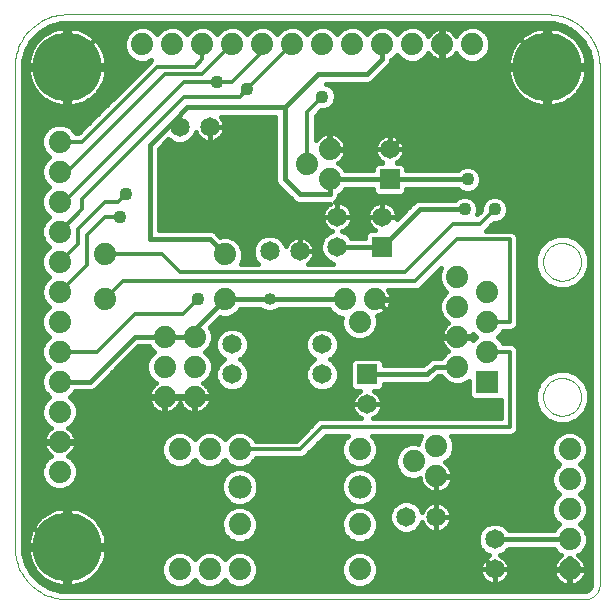
<source format=gbl>
G75*
G70*
%OFA0B0*%
%FSLAX24Y24*%
%IPPOS*%
%LPD*%
%AMOC8*
5,1,8,0,0,1.08239X$1,22.5*
%
%ADD10C,0.0000*%
%ADD11C,0.0740*%
%ADD12R,0.0740X0.0740*%
%ADD13C,0.0650*%
%ADD14C,0.2300*%
%ADD15R,0.0650X0.0650*%
%ADD16C,0.0780*%
%ADD17C,0.0150*%
%ADD18C,0.0436*%
%ADD19C,0.0400*%
%ADD20C,0.0120*%
D10*
X002925Y001175D02*
X020175Y001175D01*
X020219Y001177D01*
X020262Y001183D01*
X020304Y001192D01*
X020346Y001205D01*
X020386Y001222D01*
X020425Y001242D01*
X020462Y001265D01*
X020496Y001292D01*
X020529Y001321D01*
X020558Y001354D01*
X020585Y001388D01*
X020608Y001425D01*
X020628Y001464D01*
X020645Y001504D01*
X020658Y001546D01*
X020667Y001588D01*
X020673Y001631D01*
X020675Y001675D01*
X020675Y018925D01*
X020673Y019008D01*
X020667Y019091D01*
X020657Y019174D01*
X020643Y019256D01*
X020626Y019338D01*
X020604Y019418D01*
X020579Y019497D01*
X020550Y019575D01*
X020517Y019652D01*
X020480Y019727D01*
X020441Y019800D01*
X020397Y019871D01*
X020351Y019940D01*
X020301Y020007D01*
X020248Y020071D01*
X020192Y020133D01*
X020133Y020192D01*
X020071Y020248D01*
X020007Y020301D01*
X019940Y020351D01*
X019871Y020397D01*
X019800Y020441D01*
X019727Y020480D01*
X019652Y020517D01*
X019575Y020550D01*
X019497Y020579D01*
X019418Y020604D01*
X019338Y020626D01*
X019256Y020643D01*
X019174Y020657D01*
X019091Y020667D01*
X019008Y020673D01*
X018925Y020675D01*
X002925Y020675D01*
X002842Y020673D01*
X002759Y020667D01*
X002676Y020657D01*
X002594Y020643D01*
X002512Y020626D01*
X002432Y020604D01*
X002353Y020579D01*
X002275Y020550D01*
X002198Y020517D01*
X002123Y020480D01*
X002050Y020441D01*
X001979Y020397D01*
X001910Y020351D01*
X001843Y020301D01*
X001779Y020248D01*
X001717Y020192D01*
X001658Y020133D01*
X001602Y020071D01*
X001549Y020007D01*
X001499Y019940D01*
X001453Y019871D01*
X001409Y019800D01*
X001370Y019727D01*
X001333Y019652D01*
X001300Y019575D01*
X001271Y019497D01*
X001246Y019418D01*
X001224Y019338D01*
X001207Y019256D01*
X001193Y019174D01*
X001183Y019091D01*
X001177Y019008D01*
X001175Y018925D01*
X001175Y002925D01*
X001177Y002842D01*
X001183Y002759D01*
X001193Y002676D01*
X001207Y002594D01*
X001224Y002512D01*
X001246Y002432D01*
X001271Y002353D01*
X001300Y002275D01*
X001333Y002198D01*
X001370Y002123D01*
X001409Y002050D01*
X001453Y001979D01*
X001499Y001910D01*
X001549Y001843D01*
X001602Y001779D01*
X001658Y001717D01*
X001717Y001658D01*
X001779Y001602D01*
X001843Y001549D01*
X001910Y001499D01*
X001979Y001453D01*
X002050Y001409D01*
X002123Y001370D01*
X002198Y001333D01*
X002275Y001300D01*
X002353Y001271D01*
X002432Y001246D01*
X002512Y001224D01*
X002594Y001207D01*
X002676Y001193D01*
X002759Y001183D01*
X002842Y001177D01*
X002925Y001175D01*
X018795Y007925D02*
X018797Y007975D01*
X018803Y008025D01*
X018813Y008074D01*
X018827Y008122D01*
X018844Y008169D01*
X018865Y008214D01*
X018890Y008258D01*
X018918Y008299D01*
X018950Y008338D01*
X018984Y008375D01*
X019021Y008409D01*
X019061Y008439D01*
X019103Y008466D01*
X019147Y008490D01*
X019193Y008511D01*
X019240Y008527D01*
X019288Y008540D01*
X019338Y008549D01*
X019387Y008554D01*
X019438Y008555D01*
X019488Y008552D01*
X019537Y008545D01*
X019586Y008534D01*
X019634Y008519D01*
X019680Y008501D01*
X019725Y008479D01*
X019768Y008453D01*
X019809Y008424D01*
X019848Y008392D01*
X019884Y008357D01*
X019916Y008319D01*
X019946Y008279D01*
X019973Y008236D01*
X019996Y008192D01*
X020015Y008146D01*
X020031Y008098D01*
X020043Y008049D01*
X020051Y008000D01*
X020055Y007950D01*
X020055Y007900D01*
X020051Y007850D01*
X020043Y007801D01*
X020031Y007752D01*
X020015Y007704D01*
X019996Y007658D01*
X019973Y007614D01*
X019946Y007571D01*
X019916Y007531D01*
X019884Y007493D01*
X019848Y007458D01*
X019809Y007426D01*
X019768Y007397D01*
X019725Y007371D01*
X019680Y007349D01*
X019634Y007331D01*
X019586Y007316D01*
X019537Y007305D01*
X019488Y007298D01*
X019438Y007295D01*
X019387Y007296D01*
X019338Y007301D01*
X019288Y007310D01*
X019240Y007323D01*
X019193Y007339D01*
X019147Y007360D01*
X019103Y007384D01*
X019061Y007411D01*
X019021Y007441D01*
X018984Y007475D01*
X018950Y007512D01*
X018918Y007551D01*
X018890Y007592D01*
X018865Y007636D01*
X018844Y007681D01*
X018827Y007728D01*
X018813Y007776D01*
X018803Y007825D01*
X018797Y007875D01*
X018795Y007925D01*
X018795Y012425D02*
X018797Y012475D01*
X018803Y012525D01*
X018813Y012574D01*
X018827Y012622D01*
X018844Y012669D01*
X018865Y012714D01*
X018890Y012758D01*
X018918Y012799D01*
X018950Y012838D01*
X018984Y012875D01*
X019021Y012909D01*
X019061Y012939D01*
X019103Y012966D01*
X019147Y012990D01*
X019193Y013011D01*
X019240Y013027D01*
X019288Y013040D01*
X019338Y013049D01*
X019387Y013054D01*
X019438Y013055D01*
X019488Y013052D01*
X019537Y013045D01*
X019586Y013034D01*
X019634Y013019D01*
X019680Y013001D01*
X019725Y012979D01*
X019768Y012953D01*
X019809Y012924D01*
X019848Y012892D01*
X019884Y012857D01*
X019916Y012819D01*
X019946Y012779D01*
X019973Y012736D01*
X019996Y012692D01*
X020015Y012646D01*
X020031Y012598D01*
X020043Y012549D01*
X020051Y012500D01*
X020055Y012450D01*
X020055Y012400D01*
X020051Y012350D01*
X020043Y012301D01*
X020031Y012252D01*
X020015Y012204D01*
X019996Y012158D01*
X019973Y012114D01*
X019946Y012071D01*
X019916Y012031D01*
X019884Y011993D01*
X019848Y011958D01*
X019809Y011926D01*
X019768Y011897D01*
X019725Y011871D01*
X019680Y011849D01*
X019634Y011831D01*
X019586Y011816D01*
X019537Y011805D01*
X019488Y011798D01*
X019438Y011795D01*
X019387Y011796D01*
X019338Y011801D01*
X019288Y011810D01*
X019240Y011823D01*
X019193Y011839D01*
X019147Y011860D01*
X019103Y011884D01*
X019061Y011911D01*
X019021Y011941D01*
X018984Y011975D01*
X018950Y012012D01*
X018918Y012051D01*
X018890Y012092D01*
X018865Y012136D01*
X018844Y012181D01*
X018827Y012228D01*
X018813Y012276D01*
X018803Y012325D01*
X018797Y012375D01*
X018795Y012425D01*
D11*
X016925Y011425D03*
X016925Y010425D03*
X016925Y009425D03*
X015925Y008925D03*
X015925Y009925D03*
X015925Y010925D03*
X015925Y011925D03*
X013175Y011175D03*
X012675Y010425D03*
X012175Y011175D03*
X008175Y011175D03*
X007175Y009925D03*
X007175Y008925D03*
X007175Y007925D03*
X006175Y007925D03*
X006175Y008925D03*
X006175Y009925D03*
X004175Y011175D03*
X002675Y011425D03*
X002675Y012425D03*
X002675Y013425D03*
X002675Y014425D03*
X002675Y015425D03*
X002675Y016425D03*
X005425Y019675D03*
X006425Y019675D03*
X007425Y019675D03*
X008425Y019675D03*
X009425Y019675D03*
X010425Y019675D03*
X011425Y019675D03*
X012425Y019675D03*
X013425Y019675D03*
X014425Y019675D03*
X015425Y019675D03*
X016425Y019675D03*
X011675Y016175D03*
X010925Y015675D03*
X011675Y015175D03*
X008175Y012675D03*
X004175Y012675D03*
X002675Y010425D03*
X002675Y009425D03*
X002675Y008425D03*
X002675Y007425D03*
X002675Y006425D03*
X002675Y005425D03*
X006675Y006175D03*
X007675Y006175D03*
X008675Y006175D03*
X008675Y003675D03*
X008675Y002175D03*
X007675Y002175D03*
X006675Y002175D03*
X012675Y002175D03*
X012675Y003675D03*
X014475Y005775D03*
X015225Y005275D03*
X015225Y006275D03*
X012675Y006175D03*
X019675Y006175D03*
X019675Y005175D03*
X019675Y004175D03*
X019675Y003175D03*
X019675Y002175D03*
D12*
X016925Y008425D03*
D13*
X012925Y007675D03*
X011425Y008675D03*
X011425Y009675D03*
X008425Y009675D03*
X008425Y008675D03*
X009675Y012775D03*
X010675Y012775D03*
X011925Y012925D03*
X011925Y013925D03*
X013425Y013925D03*
X013675Y016175D03*
X007675Y016925D03*
X006675Y016925D03*
X014225Y003925D03*
X015225Y003925D03*
X017175Y003175D03*
X017175Y002175D03*
D14*
X002925Y002925D03*
X002925Y018925D03*
X018925Y018925D03*
D15*
X013675Y015175D03*
X013425Y012925D03*
X012925Y008675D03*
D16*
X012675Y004925D03*
X008675Y004925D03*
D17*
X002064Y001918D02*
X001860Y001918D01*
X001942Y002034D02*
X001859Y002135D01*
X001787Y002243D01*
X001726Y002358D01*
X001676Y002478D01*
X001638Y002603D01*
X001613Y002730D01*
X001601Y002850D01*
X002850Y002850D01*
X003000Y002850D01*
X003000Y003000D01*
X004249Y003000D01*
X004237Y003120D01*
X004212Y003247D01*
X004174Y003372D01*
X004124Y003492D01*
X004063Y003607D01*
X003991Y003715D01*
X003908Y003816D01*
X003816Y003908D01*
X003715Y003991D01*
X003607Y004063D01*
X003492Y004124D01*
X003372Y004174D01*
X003247Y004212D01*
X003120Y004237D01*
X003000Y004249D01*
X003000Y003000D01*
X002850Y003000D01*
X002850Y004249D01*
X002730Y004237D01*
X002603Y004212D01*
X002478Y004174D01*
X002358Y004124D01*
X002243Y004063D01*
X002135Y003991D01*
X002034Y003908D01*
X001942Y003816D01*
X001859Y003715D01*
X001787Y003607D01*
X001726Y003492D01*
X001676Y003372D01*
X001638Y003247D01*
X001613Y003120D01*
X001601Y003000D01*
X002850Y003000D01*
X002850Y002850D01*
X002850Y001601D01*
X002730Y001613D01*
X002603Y001638D01*
X002478Y001676D01*
X002358Y001726D01*
X002243Y001787D01*
X002135Y001859D01*
X002034Y001942D01*
X001942Y002034D01*
X001916Y002066D02*
X001729Y002066D01*
X001752Y002025D02*
X001559Y002359D01*
X001459Y002732D01*
X001447Y002925D01*
X001447Y018925D01*
X001459Y019118D01*
X001559Y019491D01*
X001752Y019825D01*
X002025Y020098D01*
X002359Y020291D01*
X002732Y020391D01*
X002925Y020403D01*
X002979Y020403D01*
X018925Y020403D01*
X019118Y020391D01*
X019491Y020291D01*
X019825Y020098D01*
X020098Y019825D01*
X020291Y019491D01*
X020391Y019118D01*
X020403Y018925D01*
X020403Y001675D01*
X020399Y001630D01*
X020365Y001548D01*
X020302Y001485D01*
X020220Y001451D01*
X020175Y001447D01*
X002925Y001447D01*
X002732Y001459D01*
X002359Y001559D01*
X002025Y001752D01*
X001752Y002025D01*
X001806Y002215D02*
X001643Y002215D01*
X001724Y002363D02*
X001558Y002363D01*
X001519Y002512D02*
X001666Y002512D01*
X001627Y002660D02*
X001479Y002660D01*
X001454Y002809D02*
X001605Y002809D01*
X001447Y002957D02*
X002850Y002957D01*
X002925Y002925D02*
X002425Y002925D01*
X001675Y003675D01*
X001675Y006425D01*
X002675Y006425D01*
X003175Y006425D01*
X004675Y007925D01*
X006175Y007925D01*
X007175Y007925D01*
X007875Y007925D01*
X008125Y007675D01*
X012925Y007675D01*
X013425Y007675D01*
X013425Y007714D01*
X013413Y007792D01*
X013388Y007867D01*
X013353Y007937D01*
X013306Y008001D01*
X013251Y008056D01*
X013187Y008103D01*
X013163Y008115D01*
X013347Y008115D01*
X013485Y008253D01*
X013485Y008365D01*
X014987Y008365D01*
X015101Y008412D01*
X015303Y008615D01*
X015399Y008615D01*
X015412Y008582D01*
X015582Y008412D01*
X015805Y008320D01*
X016045Y008320D01*
X016268Y008412D01*
X016320Y008464D01*
X016320Y007958D01*
X016458Y007820D01*
X017380Y007820D01*
X017380Y007220D01*
X013133Y007220D01*
X013187Y007247D01*
X013251Y007294D01*
X013306Y007349D01*
X013353Y007413D01*
X013388Y007483D01*
X013413Y007558D01*
X013425Y007636D01*
X013425Y007675D01*
X012925Y007675D01*
X012925Y007675D01*
X012925Y007675D01*
X012425Y007675D01*
X012425Y007714D01*
X012437Y007792D01*
X012462Y007867D01*
X012497Y007937D01*
X012544Y008001D01*
X012599Y008056D01*
X012663Y008103D01*
X012687Y008115D01*
X012503Y008115D01*
X012365Y008253D01*
X012365Y009097D01*
X012503Y009235D01*
X013347Y009235D01*
X013485Y009097D01*
X013485Y008985D01*
X014797Y008985D01*
X014912Y009101D01*
X014999Y009188D01*
X015113Y009235D01*
X015399Y009235D01*
X015412Y009268D01*
X015582Y009438D01*
X015637Y009461D01*
X015570Y009509D01*
X015509Y009570D01*
X015459Y009639D01*
X015420Y009716D01*
X015393Y009797D01*
X015380Y009882D01*
X015380Y009902D01*
X015902Y009902D01*
X015902Y009948D01*
X015380Y009948D01*
X015380Y009968D01*
X015393Y010053D01*
X015420Y010134D01*
X015459Y010211D01*
X015509Y010280D01*
X015570Y010341D01*
X015637Y010389D01*
X015582Y010412D01*
X015412Y010582D01*
X015320Y010805D01*
X015320Y011045D01*
X015412Y011268D01*
X015569Y011425D01*
X015412Y011582D01*
X015320Y011805D01*
X015320Y012045D01*
X015396Y012229D01*
X014775Y011608D01*
X014692Y011525D01*
X014584Y011480D01*
X013627Y011480D01*
X013641Y011461D01*
X013680Y011384D01*
X013707Y011303D01*
X013720Y011218D01*
X013720Y011180D01*
X013180Y011180D01*
X013180Y011170D01*
X013720Y011170D01*
X013720Y011132D01*
X013707Y011047D01*
X013680Y010966D01*
X013641Y010889D01*
X013591Y010820D01*
X013530Y010759D01*
X013461Y010709D01*
X013384Y010670D01*
X013303Y010643D01*
X013243Y010634D01*
X013280Y010545D01*
X013280Y010305D01*
X013188Y010082D01*
X013018Y009912D01*
X012795Y009820D01*
X012555Y009820D01*
X012332Y009912D01*
X012162Y010082D01*
X012070Y010305D01*
X012070Y010545D01*
X012080Y010570D01*
X012055Y010570D01*
X011832Y010662D01*
X011662Y010832D01*
X011649Y010865D01*
X009980Y010865D01*
X009921Y010806D01*
X009762Y010740D01*
X009588Y010740D01*
X009429Y010806D01*
X009370Y010865D01*
X008701Y010865D01*
X008688Y010832D01*
X008518Y010662D01*
X008295Y010570D01*
X008055Y010570D01*
X008022Y010584D01*
X007693Y010255D01*
X007780Y010045D01*
X007780Y009805D01*
X007688Y009582D01*
X007531Y009425D01*
X007688Y009268D01*
X007780Y009045D01*
X007780Y008805D01*
X007688Y008582D01*
X007518Y008412D01*
X007463Y008389D01*
X007530Y008341D01*
X007591Y008280D01*
X007641Y008211D01*
X007680Y008134D01*
X007707Y008053D01*
X007720Y007968D01*
X007720Y007950D01*
X007200Y007950D01*
X007200Y007900D01*
X007720Y007900D01*
X007720Y007882D01*
X007707Y007797D01*
X007680Y007716D01*
X007641Y007639D01*
X007591Y007570D01*
X007530Y007509D01*
X007461Y007459D01*
X007384Y007420D01*
X007303Y007393D01*
X007218Y007380D01*
X007200Y007380D01*
X007200Y007900D01*
X007150Y007900D01*
X007150Y007380D01*
X007132Y007380D01*
X007047Y007393D01*
X006966Y007420D01*
X006889Y007459D01*
X006820Y007509D01*
X006759Y007570D01*
X006709Y007639D01*
X006675Y007706D01*
X006641Y007639D01*
X006591Y007570D01*
X006530Y007509D01*
X006461Y007459D01*
X006384Y007420D01*
X006303Y007393D01*
X006218Y007380D01*
X006200Y007380D01*
X006200Y007900D01*
X006200Y007950D01*
X007150Y007950D01*
X007150Y007900D01*
X006630Y007900D01*
X006200Y007900D01*
X006150Y007900D01*
X006150Y007380D01*
X006132Y007380D01*
X006047Y007393D01*
X005966Y007420D01*
X005889Y007459D01*
X005820Y007509D01*
X005759Y007570D01*
X005709Y007639D01*
X005670Y007716D01*
X005643Y007797D01*
X005630Y007882D01*
X005630Y007900D01*
X006150Y007900D01*
X006150Y007950D01*
X005630Y007950D01*
X005630Y007968D01*
X005643Y008053D01*
X005670Y008134D01*
X005709Y008211D01*
X005759Y008280D01*
X005820Y008341D01*
X005887Y008389D01*
X005832Y008412D01*
X005662Y008582D01*
X005570Y008805D01*
X005570Y009045D01*
X005662Y009268D01*
X005819Y009425D01*
X005662Y009582D01*
X005649Y009615D01*
X005303Y009615D01*
X003851Y008162D01*
X003737Y008115D01*
X003201Y008115D01*
X003188Y008082D01*
X003031Y007925D01*
X003188Y007768D01*
X003280Y007545D01*
X003280Y007305D01*
X003188Y007082D01*
X003018Y006912D01*
X002963Y006889D01*
X003030Y006841D01*
X003091Y006780D01*
X003141Y006711D01*
X003180Y006634D01*
X003207Y006553D01*
X003220Y006468D01*
X003220Y006450D01*
X002700Y006450D01*
X002700Y006400D01*
X003220Y006400D01*
X003220Y006382D01*
X003207Y006297D01*
X003180Y006216D01*
X003141Y006139D01*
X003091Y006070D01*
X003030Y006009D01*
X002963Y005961D01*
X003018Y005938D01*
X003188Y005768D01*
X003280Y005545D01*
X003280Y005305D01*
X003188Y005082D01*
X003018Y004912D01*
X002795Y004820D01*
X002555Y004820D01*
X002332Y004912D01*
X002162Y005082D01*
X002070Y005305D01*
X002070Y005545D01*
X002162Y005768D01*
X002332Y005938D01*
X002387Y005961D01*
X002320Y006009D01*
X002259Y006070D01*
X002209Y006139D01*
X002170Y006216D01*
X002143Y006297D01*
X002130Y006382D01*
X002130Y006400D01*
X002650Y006400D01*
X002650Y006450D01*
X002130Y006450D01*
X002130Y006468D01*
X002143Y006553D01*
X002170Y006634D01*
X002209Y006711D01*
X002259Y006780D01*
X002320Y006841D01*
X002387Y006889D01*
X002332Y006912D01*
X002162Y007082D01*
X002070Y007305D01*
X002070Y007545D01*
X002162Y007768D01*
X002319Y007925D01*
X002162Y008082D01*
X002070Y008305D01*
X002070Y008545D01*
X002162Y008768D01*
X002319Y008925D01*
X002162Y009082D01*
X002070Y009305D01*
X002070Y009545D01*
X002162Y009768D01*
X002319Y009925D01*
X002162Y010082D01*
X002070Y010305D01*
X002070Y010545D01*
X002162Y010768D01*
X002319Y010925D01*
X002162Y011082D01*
X002070Y011305D01*
X002070Y011545D01*
X002162Y011768D01*
X002319Y011925D01*
X002162Y012082D01*
X002070Y012305D01*
X002070Y012545D01*
X002162Y012768D01*
X002319Y012925D01*
X002162Y013082D01*
X002070Y013305D01*
X002070Y013545D01*
X002162Y013768D01*
X002319Y013925D01*
X002162Y014082D01*
X002070Y014305D01*
X002070Y014545D01*
X002162Y014768D01*
X002319Y014925D01*
X002162Y015082D01*
X002070Y015305D01*
X002070Y015545D01*
X002162Y015768D01*
X002319Y015925D01*
X002162Y016082D01*
X002070Y016305D01*
X002070Y016545D01*
X002162Y016768D01*
X002332Y016938D01*
X002555Y017030D01*
X002795Y017030D01*
X003018Y016938D01*
X003188Y016768D01*
X003208Y016720D01*
X003303Y016720D01*
X005675Y019092D01*
X005729Y019146D01*
X005545Y019070D01*
X005305Y019070D01*
X005082Y019162D01*
X004912Y019332D01*
X004820Y019555D01*
X004820Y019795D01*
X004912Y020018D01*
X005082Y020188D01*
X005305Y020280D01*
X005545Y020280D01*
X005768Y020188D01*
X005925Y020031D01*
X006082Y020188D01*
X006305Y020280D01*
X006545Y020280D01*
X006768Y020188D01*
X006925Y020031D01*
X007082Y020188D01*
X007305Y020280D01*
X007545Y020280D01*
X007768Y020188D01*
X007925Y020031D01*
X008082Y020188D01*
X008305Y020280D01*
X008545Y020280D01*
X008768Y020188D01*
X008925Y020031D01*
X009082Y020188D01*
X009305Y020280D01*
X009545Y020280D01*
X009768Y020188D01*
X009925Y020031D01*
X010082Y020188D01*
X010305Y020280D01*
X010545Y020280D01*
X010768Y020188D01*
X010925Y020031D01*
X011082Y020188D01*
X011305Y020280D01*
X011545Y020280D01*
X011768Y020188D01*
X011925Y020031D01*
X012082Y020188D01*
X012305Y020280D01*
X012545Y020280D01*
X012768Y020188D01*
X012925Y020031D01*
X013082Y020188D01*
X013305Y020280D01*
X013545Y020280D01*
X013768Y020188D01*
X013925Y020031D01*
X014082Y020188D01*
X014305Y020280D01*
X014545Y020280D01*
X014768Y020188D01*
X014938Y020018D01*
X014961Y019963D01*
X015009Y020030D01*
X015070Y020091D01*
X015139Y020141D01*
X015216Y020180D01*
X015297Y020207D01*
X015382Y020220D01*
X015400Y020220D01*
X015400Y019700D01*
X015450Y019700D01*
X015450Y020220D01*
X015468Y020220D01*
X015553Y020207D01*
X015634Y020180D01*
X015711Y020141D01*
X015780Y020091D01*
X015841Y020030D01*
X015889Y019963D01*
X015912Y020018D01*
X016082Y020188D01*
X016305Y020280D01*
X016545Y020280D01*
X016768Y020188D01*
X016938Y020018D01*
X017030Y019795D01*
X017030Y019555D01*
X016938Y019332D01*
X016768Y019162D01*
X016545Y019070D01*
X016305Y019070D01*
X016082Y019162D01*
X015912Y019332D01*
X015889Y019387D01*
X015841Y019320D01*
X015780Y019259D01*
X015711Y019209D01*
X015634Y019170D01*
X015553Y019143D01*
X015553Y019144D02*
X016127Y019144D01*
X015952Y019292D02*
X015813Y019292D01*
X015553Y019143D02*
X015468Y019130D01*
X015450Y019130D01*
X015450Y019650D01*
X015400Y019650D01*
X015400Y019130D01*
X015382Y019130D01*
X015297Y019143D01*
X015297Y019144D02*
X014723Y019144D01*
X014768Y019162D02*
X014545Y019070D01*
X014305Y019070D01*
X014082Y019162D01*
X013925Y019319D01*
X013768Y019162D01*
X013735Y019149D01*
X013735Y019113D01*
X013688Y018999D01*
X013601Y018912D01*
X013601Y018912D01*
X013101Y018412D01*
X012987Y018365D01*
X011547Y018365D01*
X011682Y018309D01*
X011809Y018182D01*
X011878Y018015D01*
X011878Y017835D01*
X011809Y017668D01*
X011682Y017541D01*
X011515Y017472D01*
X011389Y017472D01*
X011220Y017303D01*
X011220Y016476D01*
X011259Y016530D01*
X011320Y016591D01*
X011389Y016641D01*
X011466Y016680D01*
X011547Y016707D01*
X011632Y016720D01*
X011670Y016720D01*
X011670Y016180D01*
X011680Y016180D01*
X011680Y016720D01*
X011718Y016720D01*
X011803Y016707D01*
X011884Y016680D01*
X011961Y016641D01*
X012030Y016591D01*
X012091Y016530D01*
X012141Y016461D01*
X012180Y016384D01*
X012207Y016303D01*
X012220Y016218D01*
X012220Y016180D01*
X011680Y016180D01*
X011680Y016170D01*
X012220Y016170D01*
X012220Y016132D01*
X012207Y016047D01*
X012180Y015966D01*
X012141Y015889D01*
X012091Y015820D01*
X012030Y015759D01*
X011963Y015711D01*
X012018Y015688D01*
X012188Y015518D01*
X012201Y015485D01*
X013115Y015485D01*
X013115Y015597D01*
X013253Y015735D01*
X013437Y015735D01*
X013413Y015747D01*
X013349Y015794D01*
X013294Y015849D01*
X013247Y015913D01*
X013212Y015983D01*
X013187Y016058D01*
X013175Y016136D01*
X013175Y016175D01*
X013675Y016175D01*
X015425Y017925D01*
X015425Y019675D01*
X015425Y020375D01*
X017475Y020375D01*
X018925Y018925D01*
X019000Y018995D02*
X020399Y018995D01*
X020403Y018847D02*
X020249Y018847D01*
X020249Y018850D02*
X019000Y018850D01*
X019000Y019000D01*
X020249Y019000D01*
X020237Y019120D01*
X020212Y019247D01*
X020174Y019372D01*
X020124Y019492D01*
X020063Y019607D01*
X019991Y019715D01*
X019908Y019816D01*
X019816Y019908D01*
X019715Y019991D01*
X019607Y020063D01*
X019492Y020124D01*
X019372Y020174D01*
X019247Y020212D01*
X019120Y020237D01*
X019000Y020249D01*
X019000Y019000D01*
X018850Y019000D01*
X018850Y020249D01*
X018730Y020237D01*
X018603Y020212D01*
X018478Y020174D01*
X018358Y020124D01*
X018243Y020063D01*
X018135Y019991D01*
X018034Y019908D01*
X017942Y019816D01*
X017859Y019715D01*
X017787Y019607D01*
X017726Y019492D01*
X017676Y019372D01*
X017638Y019247D01*
X017613Y019120D01*
X017601Y019000D01*
X018850Y019000D01*
X018850Y018850D01*
X019000Y018850D01*
X019000Y017601D01*
X019120Y017613D01*
X019247Y017638D01*
X019372Y017676D01*
X019492Y017726D01*
X019607Y017787D01*
X019715Y017859D01*
X019816Y017942D01*
X019908Y018034D01*
X019991Y018135D01*
X020063Y018243D01*
X020124Y018358D01*
X020174Y018478D01*
X020212Y018603D01*
X020237Y018730D01*
X020249Y018850D01*
X020231Y018698D02*
X020403Y018698D01*
X020403Y018550D02*
X020196Y018550D01*
X020142Y018401D02*
X020403Y018401D01*
X020403Y018253D02*
X020068Y018253D01*
X019965Y018104D02*
X020403Y018104D01*
X020403Y017956D02*
X019829Y017956D01*
X019637Y017807D02*
X020403Y017807D01*
X020403Y017659D02*
X019314Y017659D01*
X019000Y017659D02*
X018850Y017659D01*
X018850Y017601D02*
X018850Y018850D01*
X017601Y018850D01*
X017613Y018730D01*
X017638Y018603D01*
X017676Y018478D01*
X017726Y018358D01*
X017787Y018243D01*
X017859Y018135D01*
X017942Y018034D01*
X018034Y017942D01*
X018135Y017859D01*
X018243Y017787D01*
X018358Y017726D01*
X018478Y017676D01*
X018603Y017638D01*
X018730Y017613D01*
X018850Y017601D01*
X018850Y017807D02*
X019000Y017807D01*
X019000Y017956D02*
X018850Y017956D01*
X018850Y018104D02*
X019000Y018104D01*
X019000Y018253D02*
X018850Y018253D01*
X018850Y018401D02*
X019000Y018401D01*
X019000Y018550D02*
X018850Y018550D01*
X018850Y018698D02*
X019000Y018698D01*
X019000Y018847D02*
X018850Y018847D01*
X018850Y018995D02*
X013683Y018995D01*
X013735Y019144D02*
X014127Y019144D01*
X013952Y019292D02*
X013898Y019292D01*
X013425Y019175D02*
X013425Y019675D01*
X012929Y020035D02*
X012921Y020035D01*
X012773Y020183D02*
X013077Y020183D01*
X013773Y020183D02*
X014077Y020183D01*
X013929Y020035D02*
X013921Y020035D01*
X014773Y020183D02*
X015225Y020183D01*
X015400Y020183D02*
X015450Y020183D01*
X015450Y020035D02*
X015400Y020035D01*
X015400Y019886D02*
X015450Y019886D01*
X015450Y019738D02*
X015400Y019738D01*
X015400Y019589D02*
X015450Y019589D01*
X015450Y019441D02*
X015400Y019441D01*
X015400Y019292D02*
X015450Y019292D01*
X015450Y019144D02*
X015400Y019144D01*
X015297Y019143D02*
X015216Y019170D01*
X015139Y019209D01*
X015070Y019259D01*
X015009Y019320D01*
X014961Y019387D01*
X014938Y019332D01*
X014768Y019162D01*
X014898Y019292D02*
X015037Y019292D01*
X015014Y020035D02*
X014921Y020035D01*
X015425Y020375D02*
X004375Y020375D01*
X002925Y018925D01*
X003000Y018995D02*
X005578Y018995D01*
X005723Y019144D02*
X005726Y019144D01*
X005429Y018847D02*
X004249Y018847D01*
X004249Y018850D02*
X003000Y018850D01*
X003000Y019000D01*
X004249Y019000D01*
X004237Y019120D01*
X004212Y019247D01*
X004174Y019372D01*
X004124Y019492D01*
X004063Y019607D01*
X003991Y019715D01*
X003908Y019816D01*
X003816Y019908D01*
X003715Y019991D01*
X003607Y020063D01*
X003492Y020124D01*
X003372Y020174D01*
X003247Y020212D01*
X003120Y020237D01*
X003000Y020249D01*
X003000Y019000D01*
X002850Y019000D01*
X002850Y020249D01*
X002730Y020237D01*
X002603Y020212D01*
X002478Y020174D01*
X002358Y020124D01*
X002243Y020063D01*
X002135Y019991D01*
X002034Y019908D01*
X001942Y019816D01*
X001859Y019715D01*
X001787Y019607D01*
X001726Y019492D01*
X001676Y019372D01*
X001638Y019247D01*
X001613Y019120D01*
X001601Y019000D01*
X002850Y019000D01*
X002850Y018850D01*
X003000Y018850D01*
X003000Y017601D01*
X003120Y017613D01*
X003247Y017638D01*
X003372Y017676D01*
X003492Y017726D01*
X003607Y017787D01*
X003715Y017859D01*
X003816Y017942D01*
X003908Y018034D01*
X003991Y018135D01*
X004063Y018243D01*
X004124Y018358D01*
X004174Y018478D01*
X004212Y018603D01*
X004237Y018730D01*
X004249Y018850D01*
X004231Y018698D02*
X005281Y018698D01*
X005132Y018550D02*
X004196Y018550D01*
X004142Y018401D02*
X004984Y018401D01*
X004835Y018253D02*
X004068Y018253D01*
X003965Y018104D02*
X004687Y018104D01*
X004538Y017956D02*
X003829Y017956D01*
X003637Y017807D02*
X004390Y017807D01*
X004241Y017659D02*
X003314Y017659D01*
X003000Y017659D02*
X002850Y017659D01*
X002850Y017601D02*
X002850Y018850D01*
X001601Y018850D01*
X001613Y018730D01*
X001638Y018603D01*
X001676Y018478D01*
X001726Y018358D01*
X001787Y018243D01*
X001859Y018135D01*
X001942Y018034D01*
X002034Y017942D01*
X002135Y017859D01*
X002243Y017787D01*
X002358Y017726D01*
X002478Y017676D01*
X002603Y017638D01*
X002730Y017613D01*
X002850Y017601D01*
X002850Y017807D02*
X003000Y017807D01*
X003000Y017956D02*
X002850Y017956D01*
X002850Y018104D02*
X003000Y018104D01*
X003000Y018253D02*
X002850Y018253D01*
X002850Y018401D02*
X003000Y018401D01*
X003000Y018550D02*
X002850Y018550D01*
X002850Y018698D02*
X003000Y018698D01*
X003000Y018847D02*
X002850Y018847D01*
X002850Y018995D02*
X001451Y018995D01*
X001447Y018847D02*
X001601Y018847D01*
X001619Y018698D02*
X001447Y018698D01*
X001447Y018550D02*
X001654Y018550D01*
X001708Y018401D02*
X001447Y018401D01*
X001447Y018253D02*
X001782Y018253D01*
X001885Y018104D02*
X001447Y018104D01*
X001447Y017956D02*
X002021Y017956D01*
X002213Y017807D02*
X001447Y017807D01*
X001447Y017659D02*
X002536Y017659D01*
X002310Y016916D02*
X001447Y016916D01*
X001447Y016768D02*
X002162Y016768D01*
X002101Y016619D02*
X001447Y016619D01*
X001447Y016471D02*
X002070Y016471D01*
X002070Y016322D02*
X001447Y016322D01*
X001447Y016174D02*
X002124Y016174D01*
X002219Y016025D02*
X001447Y016025D01*
X001447Y015877D02*
X002271Y015877D01*
X002146Y015728D02*
X001447Y015728D01*
X001447Y015580D02*
X002084Y015580D01*
X002070Y015431D02*
X001447Y015431D01*
X001447Y015283D02*
X002079Y015283D01*
X002141Y015134D02*
X001447Y015134D01*
X001447Y014986D02*
X002259Y014986D01*
X002231Y014837D02*
X001447Y014837D01*
X001447Y014689D02*
X002129Y014689D01*
X002070Y014540D02*
X001447Y014540D01*
X001447Y014392D02*
X002070Y014392D01*
X002096Y014243D02*
X001447Y014243D01*
X001447Y014095D02*
X002157Y014095D01*
X002298Y013946D02*
X001447Y013946D01*
X001447Y013798D02*
X002192Y013798D01*
X002113Y013649D02*
X001447Y013649D01*
X001447Y013501D02*
X002070Y013501D01*
X002070Y013352D02*
X001447Y013352D01*
X001447Y013204D02*
X002112Y013204D01*
X002189Y013055D02*
X001447Y013055D01*
X001447Y012907D02*
X002301Y012907D01*
X002158Y012758D02*
X001447Y012758D01*
X001447Y012610D02*
X002097Y012610D01*
X002070Y012461D02*
X001447Y012461D01*
X001447Y012313D02*
X002070Y012313D01*
X002128Y012164D02*
X001447Y012164D01*
X001447Y012016D02*
X002229Y012016D01*
X002261Y011867D02*
X001447Y011867D01*
X001447Y011719D02*
X002142Y011719D01*
X002080Y011570D02*
X001447Y011570D01*
X001447Y011422D02*
X002070Y011422D01*
X002083Y011273D02*
X001447Y011273D01*
X001447Y011125D02*
X002145Y011125D01*
X002268Y010976D02*
X001447Y010976D01*
X001447Y010828D02*
X002222Y010828D01*
X002125Y010679D02*
X001447Y010679D01*
X001447Y010531D02*
X002070Y010531D01*
X002070Y010382D02*
X001447Y010382D01*
X001447Y010234D02*
X002099Y010234D01*
X002161Y010085D02*
X001447Y010085D01*
X001447Y009937D02*
X002308Y009937D01*
X002182Y009788D02*
X001447Y009788D01*
X001447Y009640D02*
X002109Y009640D01*
X002070Y009491D02*
X001447Y009491D01*
X001447Y009343D02*
X002070Y009343D01*
X002116Y009194D02*
X001447Y009194D01*
X001447Y009046D02*
X002199Y009046D01*
X002291Y008897D02*
X001447Y008897D01*
X001447Y008749D02*
X002154Y008749D01*
X002093Y008600D02*
X001447Y008600D01*
X001447Y008452D02*
X002070Y008452D01*
X002071Y008303D02*
X001447Y008303D01*
X001447Y008155D02*
X002132Y008155D01*
X002238Y008006D02*
X001447Y008006D01*
X001447Y007858D02*
X002252Y007858D01*
X002138Y007709D02*
X001447Y007709D01*
X001447Y007561D02*
X002076Y007561D01*
X002070Y007412D02*
X001447Y007412D01*
X001447Y007264D02*
X002087Y007264D01*
X002149Y007115D02*
X001447Y007115D01*
X001447Y006967D02*
X002278Y006967D01*
X002297Y006818D02*
X001447Y006818D01*
X001447Y006670D02*
X002188Y006670D01*
X002138Y006521D02*
X001447Y006521D01*
X001447Y006373D02*
X002132Y006373D01*
X002167Y006224D02*
X001447Y006224D01*
X001447Y006076D02*
X002255Y006076D01*
X002321Y005927D02*
X001447Y005927D01*
X001447Y005779D02*
X002173Y005779D01*
X002105Y005630D02*
X001447Y005630D01*
X001447Y005482D02*
X002070Y005482D01*
X002070Y005333D02*
X001447Y005333D01*
X001447Y005185D02*
X002120Y005185D01*
X002208Y005036D02*
X001447Y005036D01*
X001447Y004888D02*
X002392Y004888D01*
X002958Y004888D02*
X008050Y004888D01*
X008050Y004801D02*
X008145Y004571D01*
X008321Y004395D01*
X008551Y004300D01*
X008799Y004300D01*
X009029Y004395D01*
X009205Y004571D01*
X009300Y004801D01*
X009300Y005049D01*
X009205Y005279D01*
X009029Y005455D01*
X008799Y005550D01*
X008551Y005550D01*
X008321Y005455D01*
X008145Y005279D01*
X008050Y005049D01*
X008050Y004801D01*
X008076Y004739D02*
X001447Y004739D01*
X001447Y004591D02*
X008137Y004591D01*
X008274Y004442D02*
X001447Y004442D01*
X001447Y004294D02*
X013802Y004294D01*
X013750Y004242D02*
X013665Y004036D01*
X013665Y003814D01*
X013750Y003608D01*
X013908Y003450D01*
X014114Y003365D01*
X014336Y003365D01*
X014542Y003450D01*
X014700Y003608D01*
X014757Y003747D01*
X014762Y003733D01*
X014797Y003663D01*
X014844Y003599D01*
X014899Y003544D01*
X014963Y003497D01*
X015033Y003462D01*
X015108Y003437D01*
X015186Y003425D01*
X015225Y003425D01*
X015264Y003425D01*
X015342Y003437D01*
X015417Y003462D01*
X015487Y003497D01*
X015551Y003544D01*
X015606Y003599D01*
X015653Y003663D01*
X015688Y003733D01*
X015713Y003808D01*
X015725Y003886D01*
X015725Y003925D01*
X015725Y003964D01*
X015713Y004042D01*
X015688Y004117D01*
X015653Y004187D01*
X015606Y004251D01*
X015551Y004306D01*
X015487Y004353D01*
X015417Y004388D01*
X015342Y004413D01*
X015264Y004425D01*
X015225Y004425D01*
X015225Y003925D01*
X015225Y002925D01*
X016425Y002925D01*
X017175Y002175D01*
X019675Y002175D01*
X019700Y002150D02*
X019700Y002200D01*
X020220Y002200D01*
X020220Y002218D01*
X020207Y002303D01*
X020180Y002384D01*
X020141Y002461D01*
X020091Y002530D01*
X020030Y002591D01*
X019963Y002639D01*
X020018Y002662D01*
X020188Y002832D01*
X020280Y003055D01*
X020280Y003295D01*
X020188Y003518D01*
X020031Y003675D01*
X020188Y003832D01*
X020280Y004055D01*
X020280Y004295D01*
X020188Y004518D01*
X020031Y004675D01*
X020188Y004832D01*
X020280Y005055D01*
X020280Y005295D01*
X020188Y005518D01*
X020031Y005675D01*
X020188Y005832D01*
X020280Y006055D01*
X020280Y006295D01*
X020188Y006518D01*
X020018Y006688D01*
X019795Y006780D01*
X019555Y006780D01*
X019332Y006688D01*
X019162Y006518D01*
X019070Y006295D01*
X019070Y006055D01*
X019162Y005832D01*
X019319Y005675D01*
X019162Y005518D01*
X019070Y005295D01*
X019070Y005055D01*
X019162Y004832D01*
X019319Y004675D01*
X019162Y004518D01*
X019070Y004295D01*
X019070Y004055D01*
X019162Y003832D01*
X019319Y003675D01*
X019162Y003518D01*
X019149Y003485D01*
X017653Y003485D01*
X017650Y003492D01*
X017492Y003650D01*
X017286Y003735D01*
X017064Y003735D01*
X016858Y003650D01*
X016700Y003492D01*
X016615Y003286D01*
X016615Y003064D01*
X016700Y002858D01*
X016858Y002700D01*
X016997Y002643D01*
X016983Y002638D01*
X016913Y002603D01*
X016849Y002556D01*
X016794Y002501D01*
X016747Y002437D01*
X016712Y002367D01*
X016687Y002292D01*
X016675Y002214D01*
X016675Y002175D01*
X017175Y002175D01*
X017675Y002175D01*
X017675Y002214D01*
X017663Y002292D01*
X017638Y002367D01*
X017603Y002437D01*
X017556Y002501D01*
X017501Y002556D01*
X017437Y002603D01*
X017367Y002638D01*
X017353Y002643D01*
X017492Y002700D01*
X017650Y002858D01*
X017653Y002865D01*
X019149Y002865D01*
X019162Y002832D01*
X019332Y002662D01*
X019387Y002639D01*
X019320Y002591D01*
X019259Y002530D01*
X019209Y002461D01*
X019170Y002384D01*
X019143Y002303D01*
X019130Y002218D01*
X019130Y002200D01*
X019650Y002200D01*
X019650Y002570D01*
X019700Y002570D01*
X019700Y002200D01*
X019650Y002200D01*
X019650Y002150D01*
X019700Y002150D01*
X020220Y002150D01*
X020220Y002132D01*
X020207Y002047D01*
X020180Y001966D01*
X020141Y001889D01*
X020091Y001820D01*
X020030Y001759D01*
X019961Y001709D01*
X019884Y001670D01*
X019803Y001643D01*
X019718Y001630D01*
X019700Y001630D01*
X019700Y002150D01*
X019650Y002150D02*
X019650Y001630D01*
X019632Y001630D01*
X019547Y001643D01*
X019466Y001670D01*
X019389Y001709D01*
X019320Y001759D01*
X019259Y001820D01*
X019209Y001889D01*
X019170Y001966D01*
X019143Y002047D01*
X019130Y002132D01*
X019130Y002150D01*
X019650Y002150D01*
X019650Y002215D02*
X019700Y002215D01*
X019700Y002363D02*
X019650Y002363D01*
X019650Y002512D02*
X019700Y002512D01*
X019337Y002660D02*
X017395Y002660D01*
X017546Y002512D02*
X019246Y002512D01*
X019163Y002363D02*
X017640Y002363D01*
X017675Y002215D02*
X019130Y002215D01*
X019140Y002066D02*
X017664Y002066D01*
X017663Y002058D02*
X017675Y002136D01*
X017675Y002175D01*
X017175Y002175D01*
X017175Y002175D01*
X017175Y001675D01*
X017214Y001675D01*
X017292Y001687D01*
X017367Y001712D01*
X017437Y001747D01*
X017501Y001794D01*
X017556Y001849D01*
X017603Y001913D01*
X017638Y001983D01*
X017663Y002058D01*
X017605Y001918D02*
X019195Y001918D01*
X019310Y001769D02*
X017467Y001769D01*
X017175Y001769D02*
X017175Y001769D01*
X017175Y001675D02*
X017136Y001675D01*
X017058Y001687D01*
X016983Y001712D01*
X016913Y001747D01*
X016849Y001794D01*
X016794Y001849D01*
X016747Y001913D01*
X016712Y001983D01*
X016687Y002058D01*
X016675Y002136D01*
X016675Y002175D01*
X017175Y002175D01*
X017175Y002175D01*
X017175Y002175D01*
X017175Y001675D01*
X017175Y001918D02*
X017175Y001918D01*
X017175Y002066D02*
X017175Y002066D01*
X016883Y001769D02*
X013125Y001769D01*
X013188Y001832D02*
X013280Y002055D01*
X013280Y002295D01*
X013188Y002518D01*
X013018Y002688D01*
X012795Y002780D01*
X012555Y002780D01*
X012332Y002688D01*
X012162Y002518D01*
X012070Y002295D01*
X012070Y002055D01*
X012162Y001832D01*
X012332Y001662D01*
X012555Y001570D01*
X012795Y001570D01*
X013018Y001662D01*
X013188Y001832D01*
X013223Y001918D02*
X016745Y001918D01*
X016686Y002066D02*
X013280Y002066D01*
X013280Y002215D02*
X016675Y002215D01*
X016710Y002363D02*
X013252Y002363D01*
X013190Y002512D02*
X016804Y002512D01*
X016955Y002660D02*
X013046Y002660D01*
X012881Y003106D02*
X016615Y003106D01*
X016615Y003254D02*
X013110Y003254D01*
X013188Y003332D02*
X013280Y003555D01*
X013280Y003795D01*
X013188Y004018D01*
X013018Y004188D01*
X012795Y004280D01*
X012555Y004280D01*
X012332Y004188D01*
X012162Y004018D01*
X012070Y003795D01*
X012070Y003555D01*
X012162Y003332D01*
X012332Y003162D01*
X012555Y003070D01*
X012795Y003070D01*
X013018Y003162D01*
X013188Y003332D01*
X013217Y003403D02*
X014023Y003403D01*
X013807Y003551D02*
X013278Y003551D01*
X013280Y003700D02*
X013712Y003700D01*
X013665Y003848D02*
X013258Y003848D01*
X013197Y003997D02*
X013665Y003997D01*
X013710Y004145D02*
X013061Y004145D01*
X013029Y004395D02*
X012799Y004300D01*
X012551Y004300D01*
X012321Y004395D01*
X012145Y004571D01*
X012050Y004801D01*
X012050Y005049D01*
X012145Y005279D01*
X012321Y005455D01*
X012551Y005550D01*
X012799Y005550D01*
X013029Y005455D01*
X013205Y005279D01*
X013300Y005049D01*
X013300Y004801D01*
X013205Y004571D01*
X013029Y004395D01*
X013076Y004442D02*
X014010Y004442D01*
X013908Y004400D02*
X013750Y004242D01*
X013908Y004400D02*
X014114Y004485D01*
X014336Y004485D01*
X014542Y004400D01*
X014700Y004242D01*
X014757Y004103D01*
X014762Y004117D01*
X014797Y004187D01*
X014844Y004251D01*
X014899Y004306D01*
X014963Y004353D01*
X015033Y004388D01*
X015108Y004413D01*
X015186Y004425D01*
X015225Y004425D01*
X015225Y003925D01*
X015725Y003925D01*
X015225Y003925D01*
X015225Y003925D01*
X015225Y003925D01*
X015225Y003425D01*
X015225Y003925D01*
X015225Y003925D01*
X015225Y003997D02*
X015225Y003997D01*
X015225Y004145D02*
X015225Y004145D01*
X015225Y004294D02*
X015225Y004294D01*
X014886Y004294D02*
X014648Y004294D01*
X014740Y004145D02*
X014776Y004145D01*
X015225Y003848D02*
X015225Y003848D01*
X015225Y003700D02*
X015225Y003700D01*
X015225Y003551D02*
X015225Y003551D01*
X014892Y003551D02*
X014643Y003551D01*
X014738Y003700D02*
X014779Y003700D01*
X014427Y003403D02*
X016663Y003403D01*
X016759Y003551D02*
X015558Y003551D01*
X015671Y003700D02*
X016978Y003700D01*
X017372Y003700D02*
X019295Y003700D01*
X019195Y003551D02*
X017591Y003551D01*
X017175Y003175D02*
X019675Y003175D01*
X020236Y003403D02*
X020403Y003403D01*
X020403Y003551D02*
X020155Y003551D01*
X020055Y003700D02*
X020403Y003700D01*
X020403Y003848D02*
X020194Y003848D01*
X020256Y003997D02*
X020403Y003997D01*
X020403Y004145D02*
X020280Y004145D01*
X020280Y004294D02*
X020403Y004294D01*
X020403Y004442D02*
X020219Y004442D01*
X020115Y004591D02*
X020403Y004591D01*
X020403Y004739D02*
X020095Y004739D01*
X020211Y004888D02*
X020403Y004888D01*
X020403Y005036D02*
X020272Y005036D01*
X020280Y005185D02*
X020403Y005185D01*
X020403Y005333D02*
X020264Y005333D01*
X020203Y005482D02*
X020403Y005482D01*
X020403Y005630D02*
X020076Y005630D01*
X020134Y005779D02*
X020403Y005779D01*
X020403Y005927D02*
X020227Y005927D01*
X020280Y006076D02*
X020403Y006076D01*
X020403Y006224D02*
X020280Y006224D01*
X020248Y006373D02*
X020403Y006373D01*
X020403Y006521D02*
X020185Y006521D01*
X020036Y006670D02*
X020403Y006670D01*
X020403Y006818D02*
X017950Y006818D01*
X017970Y006866D02*
X017970Y009484D01*
X017925Y009592D01*
X017842Y009675D01*
X017734Y009720D01*
X017458Y009720D01*
X017438Y009768D01*
X017281Y009925D01*
X017438Y010082D01*
X017458Y010130D01*
X017734Y010130D01*
X017842Y010175D01*
X017925Y010258D01*
X017970Y010366D01*
X017970Y013234D01*
X017925Y013342D01*
X017842Y013425D01*
X017734Y013470D01*
X016887Y013470D01*
X017139Y013722D01*
X017265Y013722D01*
X017432Y013791D01*
X017559Y013918D01*
X017628Y014085D01*
X017628Y014265D01*
X017559Y014432D01*
X017432Y014559D01*
X017265Y014628D01*
X017085Y014628D01*
X016918Y014559D01*
X016791Y014432D01*
X016722Y014265D01*
X016722Y014139D01*
X016600Y014017D01*
X016628Y014085D01*
X016628Y014265D01*
X016559Y014432D01*
X016432Y014559D01*
X016265Y014628D01*
X016085Y014628D01*
X015918Y014559D01*
X015844Y014485D01*
X014613Y014485D01*
X014499Y014438D01*
X013921Y013859D01*
X013925Y013886D01*
X013925Y013925D01*
X013925Y013964D01*
X013913Y014042D01*
X013888Y014117D01*
X013853Y014187D01*
X013806Y014251D01*
X013751Y014306D01*
X013687Y014353D01*
X013617Y014388D01*
X013542Y014413D01*
X013464Y014425D01*
X013425Y014425D01*
X013425Y013925D01*
X011925Y013925D01*
X009675Y013925D01*
X007675Y015925D01*
X007675Y016925D01*
X008175Y016925D01*
X008175Y016964D01*
X008163Y017042D01*
X008138Y017117D01*
X008103Y017187D01*
X008056Y017251D01*
X008042Y017265D01*
X009865Y017265D01*
X009865Y015113D01*
X009912Y014999D01*
X009999Y014912D01*
X010499Y014412D01*
X010613Y014365D01*
X011687Y014365D01*
X011663Y014353D01*
X011599Y014306D01*
X011544Y014251D01*
X011497Y014187D01*
X011462Y014117D01*
X011437Y014042D01*
X011425Y013964D01*
X011425Y013925D01*
X011925Y013925D01*
X011925Y013925D01*
X011925Y014425D01*
X011964Y014425D01*
X012042Y014413D01*
X012117Y014388D01*
X012187Y014353D01*
X012251Y014306D01*
X012306Y014251D01*
X012353Y014187D01*
X012388Y014117D01*
X012413Y014042D01*
X012425Y013964D01*
X012425Y013925D01*
X011925Y013925D01*
X011925Y013925D01*
X011925Y014425D01*
X011886Y014425D01*
X011859Y014421D01*
X011938Y014499D01*
X011985Y014613D01*
X011985Y014649D01*
X012018Y014662D01*
X012188Y014832D01*
X012201Y014865D01*
X013115Y014865D01*
X013115Y014753D01*
X013253Y014615D01*
X014097Y014615D01*
X014235Y014753D01*
X014235Y014865D01*
X015944Y014865D01*
X016018Y014791D01*
X016185Y014722D01*
X016365Y014722D01*
X016532Y014791D01*
X016659Y014918D01*
X016728Y015085D01*
X016728Y015265D01*
X016659Y015432D01*
X016532Y015559D01*
X016365Y015628D01*
X016185Y015628D01*
X016018Y015559D01*
X015944Y015485D01*
X014235Y015485D01*
X014235Y015597D01*
X014097Y015735D01*
X013913Y015735D01*
X013937Y015747D01*
X014001Y015794D01*
X014056Y015849D01*
X014103Y015913D01*
X014138Y015983D01*
X014163Y016058D01*
X014175Y016136D01*
X014175Y016175D01*
X014175Y016214D01*
X014163Y016292D01*
X014138Y016367D01*
X014103Y016437D01*
X014056Y016501D01*
X014001Y016556D01*
X013937Y016603D01*
X013867Y016638D01*
X013792Y016663D01*
X013714Y016675D01*
X013675Y016675D01*
X013675Y016175D01*
X011675Y016175D01*
X011680Y016174D02*
X013175Y016174D01*
X013175Y016175D02*
X013675Y016175D01*
X013675Y016175D01*
X014175Y016175D01*
X013675Y016175D01*
X013675Y016175D01*
X013675Y016175D01*
X013675Y016675D01*
X013636Y016675D01*
X013558Y016663D01*
X013483Y016638D01*
X013413Y016603D01*
X013349Y016556D01*
X013294Y016501D01*
X013247Y016437D01*
X013212Y016367D01*
X013187Y016292D01*
X013175Y016214D01*
X013175Y016175D01*
X013197Y016322D02*
X012200Y016322D01*
X012134Y016471D02*
X013272Y016471D01*
X013445Y016619D02*
X011991Y016619D01*
X011680Y016619D02*
X011670Y016619D01*
X011670Y016471D02*
X011680Y016471D01*
X011670Y016322D02*
X011680Y016322D01*
X011359Y016619D02*
X011220Y016619D01*
X011220Y016768D02*
X020403Y016768D01*
X020403Y016916D02*
X011220Y016916D01*
X011220Y017065D02*
X020403Y017065D01*
X020403Y017213D02*
X011220Y017213D01*
X011279Y017362D02*
X020403Y017362D01*
X020403Y017510D02*
X011607Y017510D01*
X011799Y017659D02*
X018536Y017659D01*
X018213Y017807D02*
X011867Y017807D01*
X011878Y017956D02*
X018021Y017956D01*
X017885Y018104D02*
X011841Y018104D01*
X011738Y018253D02*
X017782Y018253D01*
X017708Y018401D02*
X013074Y018401D01*
X013238Y018550D02*
X017654Y018550D01*
X017619Y018698D02*
X013386Y018698D01*
X013535Y018847D02*
X017601Y018847D01*
X017618Y019144D02*
X016723Y019144D01*
X016898Y019292D02*
X017652Y019292D01*
X017704Y019441D02*
X016983Y019441D01*
X017030Y019589D02*
X017778Y019589D01*
X017878Y019738D02*
X017030Y019738D01*
X016992Y019886D02*
X018012Y019886D01*
X018201Y020035D02*
X016921Y020035D01*
X016773Y020183D02*
X018508Y020183D01*
X018850Y020183D02*
X019000Y020183D01*
X019000Y020035D02*
X018850Y020035D01*
X018850Y019886D02*
X019000Y019886D01*
X019000Y019738D02*
X018850Y019738D01*
X018850Y019589D02*
X019000Y019589D01*
X019000Y019441D02*
X018850Y019441D01*
X018850Y019292D02*
X019000Y019292D01*
X019000Y019144D02*
X018850Y019144D01*
X019649Y020035D02*
X019888Y020035D01*
X019838Y019886D02*
X020037Y019886D01*
X019972Y019738D02*
X020148Y019738D01*
X020072Y019589D02*
X020234Y019589D01*
X020304Y019441D02*
X020146Y019441D01*
X020198Y019292D02*
X020344Y019292D01*
X020384Y019144D02*
X020232Y019144D01*
X019677Y020183D02*
X019342Y020183D01*
X019338Y020332D02*
X002512Y020332D01*
X002508Y020183D02*
X002173Y020183D01*
X002201Y020035D02*
X001962Y020035D01*
X002012Y019886D02*
X001813Y019886D01*
X001878Y019738D02*
X001702Y019738D01*
X001778Y019589D02*
X001616Y019589D01*
X001546Y019441D02*
X001704Y019441D01*
X001652Y019292D02*
X001506Y019292D01*
X001466Y019144D02*
X001618Y019144D01*
X002850Y019144D02*
X003000Y019144D01*
X003000Y019292D02*
X002850Y019292D01*
X002850Y019441D02*
X003000Y019441D01*
X003000Y019589D02*
X002850Y019589D01*
X002850Y019738D02*
X003000Y019738D01*
X003000Y019886D02*
X002850Y019886D01*
X002850Y020035D02*
X003000Y020035D01*
X003000Y020183D02*
X002850Y020183D01*
X003342Y020183D02*
X005077Y020183D01*
X004929Y020035D02*
X003649Y020035D01*
X003838Y019886D02*
X004858Y019886D01*
X004820Y019738D02*
X003972Y019738D01*
X004072Y019589D02*
X004820Y019589D01*
X004867Y019441D02*
X004146Y019441D01*
X004198Y019292D02*
X004952Y019292D01*
X005127Y019144D02*
X004232Y019144D01*
X004093Y017510D02*
X001447Y017510D01*
X001447Y017362D02*
X003944Y017362D01*
X003796Y017213D02*
X001447Y017213D01*
X001447Y017065D02*
X003647Y017065D01*
X003499Y016916D02*
X003040Y016916D01*
X003188Y016768D02*
X003350Y016768D01*
X005675Y016325D02*
X006475Y017125D01*
X006675Y016925D01*
X006475Y017125D02*
X006925Y017575D01*
X010175Y017575D01*
X010175Y015175D01*
X010675Y014675D01*
X011675Y014675D01*
X011675Y015175D01*
X013675Y015175D01*
X016275Y015175D01*
X016659Y015431D02*
X020403Y015431D01*
X020403Y015283D02*
X016721Y015283D01*
X016728Y015134D02*
X020403Y015134D01*
X020403Y014986D02*
X016687Y014986D01*
X016578Y014837D02*
X020403Y014837D01*
X020403Y014689D02*
X014171Y014689D01*
X014235Y014837D02*
X015972Y014837D01*
X015899Y014540D02*
X011955Y014540D01*
X011925Y014392D02*
X011925Y014392D01*
X011925Y014243D02*
X011925Y014243D01*
X011925Y014095D02*
X011925Y014095D01*
X011925Y013946D02*
X011925Y013946D01*
X011925Y013925D02*
X011925Y013925D01*
X012425Y013925D01*
X012425Y013886D01*
X012413Y013808D01*
X012388Y013733D01*
X012353Y013663D01*
X012306Y013599D01*
X012251Y013544D01*
X012187Y013497D01*
X012117Y013462D01*
X012103Y013457D01*
X012242Y013400D01*
X012400Y013242D01*
X012403Y013235D01*
X012865Y013235D01*
X012865Y013347D01*
X013003Y013485D01*
X013187Y013485D01*
X013163Y013497D01*
X013099Y013544D01*
X013044Y013599D01*
X012997Y013663D01*
X012962Y013733D01*
X012937Y013808D01*
X012925Y013886D01*
X012925Y013925D01*
X013425Y013925D01*
X013425Y013925D01*
X013925Y013925D01*
X013425Y013925D01*
X013425Y013925D01*
X013425Y013925D01*
X013425Y014425D01*
X013386Y014425D01*
X013308Y014413D01*
X013233Y014388D01*
X013163Y014353D01*
X013099Y014306D01*
X013044Y014251D01*
X012997Y014187D01*
X012962Y014117D01*
X012937Y014042D01*
X012925Y013964D01*
X012925Y013925D01*
X013425Y013925D01*
X013425Y013946D02*
X013425Y013946D01*
X013425Y014095D02*
X013425Y014095D01*
X013425Y014243D02*
X013425Y014243D01*
X013425Y014392D02*
X013425Y014392D01*
X013243Y014392D02*
X012107Y014392D01*
X012312Y014243D02*
X013038Y014243D01*
X012954Y014095D02*
X012396Y014095D01*
X012425Y013946D02*
X012925Y013946D01*
X012941Y013798D02*
X012409Y013798D01*
X012343Y013649D02*
X013007Y013649D01*
X013159Y013501D02*
X012191Y013501D01*
X012290Y013352D02*
X012870Y013352D01*
X013425Y012925D02*
X014675Y014175D01*
X016175Y014175D01*
X016576Y014392D02*
X016774Y014392D01*
X016722Y014243D02*
X016628Y014243D01*
X016628Y014095D02*
X016677Y014095D01*
X016899Y014540D02*
X016451Y014540D01*
X017451Y014540D02*
X020403Y014540D01*
X020403Y014392D02*
X017576Y014392D01*
X017628Y014243D02*
X020403Y014243D01*
X020403Y014095D02*
X017628Y014095D01*
X017571Y013946D02*
X020403Y013946D01*
X020403Y013798D02*
X017438Y013798D01*
X017066Y013649D02*
X020403Y013649D01*
X020403Y013501D02*
X016918Y013501D01*
X017915Y013352D02*
X020403Y013352D01*
X020403Y013204D02*
X019902Y013204D01*
X019936Y013189D02*
X019604Y013327D01*
X019246Y013327D01*
X018914Y013189D01*
X018661Y012936D01*
X018523Y012604D01*
X018523Y012246D01*
X018661Y011914D01*
X018914Y011661D01*
X019246Y011523D01*
X019604Y011523D01*
X019936Y011661D01*
X020189Y011914D01*
X020327Y012246D01*
X020327Y012604D01*
X020189Y012936D01*
X019936Y013189D01*
X020070Y013055D02*
X020403Y013055D01*
X020403Y012907D02*
X020202Y012907D01*
X020263Y012758D02*
X020403Y012758D01*
X020403Y012610D02*
X020325Y012610D01*
X020327Y012461D02*
X020403Y012461D01*
X020403Y012313D02*
X020327Y012313D01*
X020293Y012164D02*
X020403Y012164D01*
X020403Y012016D02*
X020231Y012016D01*
X020142Y011867D02*
X020403Y011867D01*
X020403Y011719D02*
X019994Y011719D01*
X019717Y011570D02*
X020403Y011570D01*
X020403Y011422D02*
X017970Y011422D01*
X017970Y011570D02*
X019133Y011570D01*
X018856Y011719D02*
X017970Y011719D01*
X017970Y011867D02*
X018708Y011867D01*
X018619Y012016D02*
X017970Y012016D01*
X017970Y012164D02*
X018557Y012164D01*
X018523Y012313D02*
X017970Y012313D01*
X017970Y012461D02*
X018523Y012461D01*
X018525Y012610D02*
X017970Y012610D01*
X017970Y012758D02*
X018587Y012758D01*
X018648Y012907D02*
X017970Y012907D01*
X017970Y013055D02*
X018780Y013055D01*
X018948Y013204D02*
X017970Y013204D01*
X017970Y011273D02*
X020403Y011273D01*
X020403Y011125D02*
X017970Y011125D01*
X017970Y010976D02*
X020403Y010976D01*
X020403Y010828D02*
X017970Y010828D01*
X017970Y010679D02*
X020403Y010679D01*
X020403Y010531D02*
X017970Y010531D01*
X017970Y010382D02*
X020403Y010382D01*
X020403Y010234D02*
X017901Y010234D01*
X017439Y010085D02*
X020403Y010085D01*
X020403Y009937D02*
X017292Y009937D01*
X017418Y009788D02*
X020403Y009788D01*
X020403Y009640D02*
X017878Y009640D01*
X017967Y009491D02*
X020403Y009491D01*
X020403Y009343D02*
X017970Y009343D01*
X017970Y009194D02*
X020403Y009194D01*
X020403Y009046D02*
X017970Y009046D01*
X017970Y008897D02*
X020403Y008897D01*
X020403Y008749D02*
X019793Y008749D01*
X019936Y008689D02*
X019604Y008827D01*
X019246Y008827D01*
X018914Y008689D01*
X018661Y008436D01*
X018523Y008104D01*
X018523Y007746D01*
X018661Y007414D01*
X018914Y007161D01*
X019246Y007023D01*
X019604Y007023D01*
X019936Y007161D01*
X020189Y007414D01*
X020327Y007746D01*
X020327Y008104D01*
X020189Y008436D01*
X019936Y008689D01*
X020025Y008600D02*
X020403Y008600D01*
X020403Y008452D02*
X020174Y008452D01*
X020244Y008303D02*
X020403Y008303D01*
X020403Y008155D02*
X020306Y008155D01*
X020327Y008006D02*
X020403Y008006D01*
X020403Y007858D02*
X020327Y007858D01*
X020312Y007709D02*
X020403Y007709D01*
X020403Y007561D02*
X020250Y007561D01*
X020187Y007412D02*
X020403Y007412D01*
X020403Y007264D02*
X020039Y007264D01*
X019826Y007115D02*
X020403Y007115D01*
X020403Y006967D02*
X017970Y006967D01*
X017970Y006866D02*
X017925Y006758D01*
X017842Y006675D01*
X017734Y006630D01*
X015726Y006630D01*
X015738Y006618D01*
X015830Y006395D01*
X015830Y006155D01*
X015738Y005932D01*
X015568Y005762D01*
X015513Y005739D01*
X015580Y005691D01*
X015641Y005630D01*
X019274Y005630D01*
X019216Y005779D02*
X015584Y005779D01*
X015641Y005630D02*
X015691Y005561D01*
X015730Y005484D01*
X015757Y005403D01*
X015770Y005318D01*
X015770Y005280D01*
X015230Y005280D01*
X015230Y005270D01*
X015770Y005270D01*
X015770Y005232D01*
X015757Y005147D01*
X015730Y005066D01*
X015691Y004989D01*
X015641Y004920D01*
X015580Y004859D01*
X015511Y004809D01*
X015434Y004770D01*
X015353Y004743D01*
X015268Y004730D01*
X015230Y004730D01*
X015230Y005270D01*
X015220Y005270D01*
X015220Y004730D01*
X015182Y004730D01*
X015097Y004743D01*
X015016Y004770D01*
X014939Y004809D01*
X014870Y004859D01*
X014809Y004920D01*
X014759Y004989D01*
X014720Y005066D01*
X014693Y005147D01*
X014684Y005207D01*
X014595Y005170D01*
X014355Y005170D01*
X014132Y005262D01*
X013962Y005432D01*
X013870Y005655D01*
X013870Y005895D01*
X013962Y006118D01*
X014132Y006288D01*
X014355Y006380D01*
X014595Y006380D01*
X014620Y006370D01*
X014620Y006395D01*
X014712Y006618D01*
X014724Y006630D01*
X013076Y006630D01*
X013188Y006518D01*
X013280Y006295D01*
X013280Y006055D01*
X013188Y005832D01*
X013018Y005662D01*
X012795Y005570D01*
X012555Y005570D01*
X012332Y005662D01*
X012162Y005832D01*
X012070Y006055D01*
X012070Y006295D01*
X012162Y006518D01*
X012274Y006630D01*
X011547Y006630D01*
X010842Y005925D01*
X010734Y005880D01*
X009208Y005880D01*
X009188Y005832D01*
X009018Y005662D01*
X008795Y005570D01*
X008555Y005570D01*
X008332Y005662D01*
X008175Y005819D01*
X008018Y005662D01*
X007795Y005570D01*
X007555Y005570D01*
X007332Y005662D01*
X007175Y005819D01*
X007018Y005662D01*
X006795Y005570D01*
X006555Y005570D01*
X006332Y005662D01*
X006162Y005832D01*
X006070Y006055D01*
X006070Y006295D01*
X006162Y006518D01*
X006332Y006688D01*
X006555Y006780D01*
X006795Y006780D01*
X007018Y006688D01*
X007175Y006531D01*
X007332Y006688D01*
X007555Y006780D01*
X007795Y006780D01*
X008018Y006688D01*
X008175Y006531D01*
X008332Y006688D01*
X008555Y006780D01*
X008795Y006780D01*
X009018Y006688D01*
X009188Y006518D01*
X009208Y006470D01*
X010553Y006470D01*
X011258Y007175D01*
X011366Y007220D01*
X012717Y007220D01*
X012663Y007247D01*
X012599Y007294D01*
X012544Y007349D01*
X012497Y007413D01*
X012462Y007483D01*
X012437Y007558D01*
X012425Y007636D01*
X012425Y007675D01*
X012925Y007675D01*
X013301Y008006D02*
X016320Y008006D01*
X016320Y008155D02*
X013387Y008155D01*
X013485Y008303D02*
X016320Y008303D01*
X016307Y008452D02*
X016320Y008452D01*
X015925Y008925D02*
X015175Y008925D01*
X014925Y008675D01*
X012925Y008675D01*
X013485Y009046D02*
X014857Y009046D01*
X015014Y009194D02*
X013388Y009194D01*
X013675Y009925D02*
X013675Y010675D01*
X013175Y011175D01*
X013661Y011422D02*
X015566Y011422D01*
X015424Y011570D02*
X014737Y011570D01*
X014886Y011719D02*
X015356Y011719D01*
X015320Y011867D02*
X015034Y011867D01*
X015183Y012016D02*
X015320Y012016D01*
X015331Y012164D02*
X015369Y012164D01*
X015417Y011273D02*
X013711Y011273D01*
X013719Y011125D02*
X015353Y011125D01*
X015320Y010976D02*
X013683Y010976D01*
X013596Y010828D02*
X015320Y010828D01*
X015372Y010679D02*
X013402Y010679D01*
X013280Y010531D02*
X015464Y010531D01*
X015627Y010382D02*
X013280Y010382D01*
X013251Y010234D02*
X015475Y010234D01*
X015404Y010085D02*
X013189Y010085D01*
X013042Y009937D02*
X015902Y009937D01*
X015925Y009925D02*
X013675Y009925D01*
X012462Y009194D02*
X011727Y009194D01*
X011742Y009200D02*
X011900Y009358D01*
X011985Y009564D01*
X011985Y009786D01*
X011900Y009992D01*
X011742Y010150D01*
X011536Y010235D01*
X011314Y010235D01*
X011108Y010150D01*
X010950Y009992D01*
X010865Y009786D01*
X010865Y009564D01*
X010950Y009358D01*
X011108Y009200D01*
X011169Y009175D01*
X011108Y009150D01*
X010950Y008992D01*
X010865Y008786D01*
X010865Y008564D01*
X010950Y008358D01*
X011108Y008200D01*
X011314Y008115D01*
X011536Y008115D01*
X011742Y008200D01*
X011900Y008358D01*
X011985Y008564D01*
X011985Y008786D01*
X011900Y008992D01*
X011742Y009150D01*
X011681Y009175D01*
X011742Y009200D01*
X011846Y009046D02*
X012365Y009046D01*
X012365Y008897D02*
X011939Y008897D01*
X011985Y008749D02*
X012365Y008749D01*
X012365Y008600D02*
X011985Y008600D01*
X011939Y008452D02*
X012365Y008452D01*
X012365Y008303D02*
X011845Y008303D01*
X011632Y008155D02*
X012463Y008155D01*
X012549Y008006D02*
X007714Y008006D01*
X007716Y007858D02*
X012459Y007858D01*
X012425Y007709D02*
X007677Y007709D01*
X007581Y007561D02*
X012437Y007561D01*
X012498Y007412D02*
X007360Y007412D01*
X007200Y007412D02*
X007150Y007412D01*
X007150Y007561D02*
X007200Y007561D01*
X007200Y007709D02*
X007150Y007709D01*
X007150Y007858D02*
X007200Y007858D01*
X006990Y007412D02*
X006360Y007412D01*
X006200Y007412D02*
X006150Y007412D01*
X006150Y007561D02*
X006200Y007561D01*
X006200Y007709D02*
X006150Y007709D01*
X006150Y007858D02*
X006200Y007858D01*
X006581Y007561D02*
X006769Y007561D01*
X005990Y007412D02*
X003280Y007412D01*
X003274Y007561D02*
X005769Y007561D01*
X005673Y007709D02*
X003212Y007709D01*
X003098Y007858D02*
X005634Y007858D01*
X005636Y008006D02*
X003112Y008006D01*
X002675Y008425D02*
X003675Y008425D01*
X005175Y009925D01*
X006175Y009925D01*
X007175Y009925D01*
X006975Y009975D01*
X008175Y011175D01*
X009675Y011175D01*
X012175Y011175D01*
X011815Y010679D02*
X008535Y010679D01*
X008683Y010828D02*
X009407Y010828D01*
X009943Y010828D02*
X011667Y010828D01*
X012070Y010531D02*
X007969Y010531D01*
X007820Y010382D02*
X012070Y010382D01*
X012099Y010234D02*
X011540Y010234D01*
X011310Y010234D02*
X008540Y010234D01*
X008536Y010235D02*
X008314Y010235D01*
X008108Y010150D01*
X007950Y009992D01*
X007865Y009786D01*
X007865Y009564D01*
X007950Y009358D01*
X008108Y009200D01*
X008169Y009175D01*
X008108Y009150D01*
X007950Y008992D01*
X007865Y008786D01*
X007865Y008564D01*
X007950Y008358D01*
X008108Y008200D01*
X008314Y008115D01*
X008536Y008115D01*
X008742Y008200D01*
X008900Y008358D01*
X008985Y008564D01*
X008985Y008786D01*
X008900Y008992D01*
X008742Y009150D01*
X008681Y009175D01*
X008742Y009200D01*
X008900Y009358D01*
X008985Y009564D01*
X008985Y009786D01*
X008900Y009992D01*
X008742Y010150D01*
X008536Y010235D01*
X008310Y010234D02*
X007702Y010234D01*
X007764Y010085D02*
X008043Y010085D01*
X007927Y009937D02*
X007780Y009937D01*
X007773Y009788D02*
X007866Y009788D01*
X007865Y009640D02*
X007712Y009640D01*
X007597Y009491D02*
X007895Y009491D01*
X007966Y009343D02*
X007613Y009343D01*
X007718Y009194D02*
X008123Y009194D01*
X008004Y009046D02*
X007780Y009046D01*
X007780Y008897D02*
X007911Y008897D01*
X007865Y008749D02*
X007757Y008749D01*
X007695Y008600D02*
X007865Y008600D01*
X007911Y008452D02*
X007557Y008452D01*
X007568Y008303D02*
X008005Y008303D01*
X008218Y008155D02*
X007670Y008155D01*
X008632Y008155D02*
X011218Y008155D01*
X011005Y008303D02*
X008845Y008303D01*
X008939Y008452D02*
X010911Y008452D01*
X010865Y008600D02*
X008985Y008600D01*
X008985Y008749D02*
X010865Y008749D01*
X010911Y008897D02*
X008939Y008897D01*
X008846Y009046D02*
X011004Y009046D01*
X011123Y009194D02*
X008727Y009194D01*
X008884Y009343D02*
X010966Y009343D01*
X010895Y009491D02*
X008955Y009491D01*
X008985Y009640D02*
X010865Y009640D01*
X010866Y009788D02*
X008984Y009788D01*
X008923Y009937D02*
X010927Y009937D01*
X011043Y010085D02*
X008807Y010085D01*
X008175Y010925D02*
X008175Y011175D01*
X008704Y012370D02*
X008780Y012555D01*
X008780Y012795D01*
X008688Y013018D01*
X008518Y013188D01*
X008295Y013280D01*
X008055Y013280D01*
X008022Y013266D01*
X007938Y013351D01*
X007851Y013438D01*
X007737Y013485D01*
X005985Y013485D01*
X005985Y016197D01*
X006298Y016510D01*
X006358Y016450D01*
X006564Y016365D01*
X006786Y016365D01*
X006992Y016450D01*
X007150Y016608D01*
X007207Y016747D01*
X007212Y016733D01*
X007247Y016663D01*
X007294Y016599D01*
X007349Y016544D01*
X007413Y016497D01*
X007483Y016462D01*
X007558Y016437D01*
X007636Y016425D01*
X007675Y016425D01*
X007714Y016425D01*
X007792Y016437D01*
X007867Y016462D01*
X007937Y016497D01*
X008001Y016544D01*
X008056Y016599D01*
X008103Y016663D01*
X008138Y016733D01*
X008163Y016808D01*
X008175Y016886D01*
X008175Y016925D01*
X007675Y016925D01*
X007675Y016925D01*
X007675Y016425D01*
X007675Y016925D01*
X007675Y016925D01*
X007675Y016916D02*
X007675Y016916D01*
X007675Y016768D02*
X007675Y016768D01*
X007675Y016619D02*
X007675Y016619D01*
X007675Y016471D02*
X007675Y016471D01*
X007884Y016471D02*
X009865Y016471D01*
X009865Y016619D02*
X008071Y016619D01*
X008150Y016768D02*
X009865Y016768D01*
X009865Y016916D02*
X008175Y016916D01*
X008155Y017065D02*
X009865Y017065D01*
X009865Y017213D02*
X008084Y017213D01*
X007466Y016471D02*
X007012Y016471D01*
X007154Y016619D02*
X007279Y016619D01*
X006338Y016471D02*
X006259Y016471D01*
X006110Y016322D02*
X009865Y016322D01*
X009865Y016174D02*
X005985Y016174D01*
X005985Y016025D02*
X009865Y016025D01*
X009865Y015877D02*
X005985Y015877D01*
X005985Y015728D02*
X009865Y015728D01*
X009865Y015580D02*
X005985Y015580D01*
X005985Y015431D02*
X009865Y015431D01*
X009865Y015283D02*
X005985Y015283D01*
X005985Y015134D02*
X009865Y015134D01*
X009926Y014986D02*
X005985Y014986D01*
X005985Y014837D02*
X010075Y014837D01*
X010223Y014689D02*
X005985Y014689D01*
X005985Y014540D02*
X010372Y014540D01*
X010549Y014392D02*
X005985Y014392D01*
X005985Y014243D02*
X011538Y014243D01*
X011454Y014095D02*
X005985Y014095D01*
X005985Y013946D02*
X011425Y013946D01*
X011425Y013925D02*
X011425Y013886D01*
X011437Y013808D01*
X011462Y013733D01*
X011497Y013663D01*
X011544Y013599D01*
X011599Y013544D01*
X011663Y013497D01*
X011733Y013462D01*
X011747Y013457D01*
X011608Y013400D01*
X011450Y013242D01*
X011365Y013036D01*
X011365Y012814D01*
X011450Y012608D01*
X011608Y012450D01*
X011802Y012370D01*
X010968Y012370D01*
X011001Y012394D01*
X011056Y012449D01*
X011103Y012513D01*
X011138Y012583D01*
X011163Y012658D01*
X011175Y012736D01*
X011175Y012775D01*
X011175Y012814D01*
X011163Y012892D01*
X011138Y012967D01*
X011103Y013037D01*
X011056Y013101D01*
X011001Y013156D01*
X010937Y013203D01*
X010867Y013238D01*
X010792Y013263D01*
X010714Y013275D01*
X010675Y013275D01*
X010675Y012775D01*
X010675Y012775D01*
X011175Y012775D01*
X010675Y012775D01*
X010675Y012775D01*
X010675Y013275D01*
X010636Y013275D01*
X010558Y013263D01*
X010483Y013238D01*
X010413Y013203D01*
X010349Y013156D01*
X010294Y013101D01*
X010247Y013037D01*
X010212Y012967D01*
X010207Y012953D01*
X010150Y013092D01*
X009992Y013250D01*
X009786Y013335D01*
X009564Y013335D01*
X009358Y013250D01*
X009200Y013092D01*
X009115Y012886D01*
X009115Y012664D01*
X009200Y012458D01*
X009288Y012370D01*
X008704Y012370D01*
X008741Y012461D02*
X009199Y012461D01*
X009137Y012610D02*
X008780Y012610D01*
X008780Y012758D02*
X009115Y012758D01*
X009123Y012907D02*
X008734Y012907D01*
X008651Y013055D02*
X009185Y013055D01*
X009312Y013204D02*
X008480Y013204D01*
X007936Y013352D02*
X011560Y013352D01*
X011659Y013501D02*
X005985Y013501D01*
X005985Y013649D02*
X011507Y013649D01*
X011441Y013798D02*
X005985Y013798D01*
X005675Y013175D02*
X005675Y016325D01*
X005675Y013175D02*
X007675Y013175D01*
X008175Y012675D01*
X010038Y013204D02*
X010415Y013204D01*
X010260Y013055D02*
X010165Y013055D01*
X010675Y013055D02*
X010675Y013055D01*
X010675Y012907D02*
X010675Y012907D01*
X010675Y013204D02*
X010675Y013204D01*
X010935Y013204D02*
X011434Y013204D01*
X011373Y013055D02*
X011090Y013055D01*
X011158Y012907D02*
X011365Y012907D01*
X011388Y012758D02*
X011175Y012758D01*
X011147Y012610D02*
X011450Y012610D01*
X011597Y012461D02*
X011065Y012461D01*
X011925Y012925D02*
X013425Y012925D01*
X013925Y013946D02*
X014008Y013946D01*
X013896Y014095D02*
X014156Y014095D01*
X014305Y014243D02*
X013812Y014243D01*
X013607Y014392D02*
X014453Y014392D01*
X013179Y014689D02*
X012044Y014689D01*
X012190Y014837D02*
X013115Y014837D01*
X013115Y015580D02*
X012126Y015580D01*
X011987Y015728D02*
X013246Y015728D01*
X013274Y015877D02*
X012132Y015877D01*
X012199Y016025D02*
X013198Y016025D01*
X013675Y016322D02*
X013675Y016322D01*
X013675Y016471D02*
X013675Y016471D01*
X013675Y016619D02*
X013675Y016619D01*
X013905Y016619D02*
X020403Y016619D01*
X020403Y016471D02*
X014078Y016471D01*
X014153Y016322D02*
X020403Y016322D01*
X020403Y016174D02*
X014175Y016174D01*
X014152Y016025D02*
X020403Y016025D01*
X020403Y015877D02*
X014076Y015877D01*
X014104Y015728D02*
X020403Y015728D01*
X020403Y015580D02*
X016482Y015580D01*
X016068Y015580D02*
X014235Y015580D01*
X011925Y013925D02*
X011425Y013925D01*
X010175Y017575D02*
X011275Y018675D01*
X012925Y018675D01*
X013425Y019175D01*
X012077Y020183D02*
X011773Y020183D01*
X011921Y020035D02*
X011929Y020035D01*
X011077Y020183D02*
X010773Y020183D01*
X010921Y020035D02*
X010929Y020035D01*
X010077Y020183D02*
X009773Y020183D01*
X009921Y020035D02*
X009929Y020035D01*
X009077Y020183D02*
X008773Y020183D01*
X008921Y020035D02*
X008929Y020035D01*
X008077Y020183D02*
X007773Y020183D01*
X007921Y020035D02*
X007929Y020035D01*
X007077Y020183D02*
X006773Y020183D01*
X006921Y020035D02*
X006929Y020035D01*
X006077Y020183D02*
X005773Y020183D01*
X005921Y020035D02*
X005929Y020035D01*
X015625Y020183D02*
X016077Y020183D01*
X015929Y020035D02*
X015836Y020035D01*
X012161Y010085D02*
X011807Y010085D01*
X011923Y009937D02*
X012308Y009937D01*
X011984Y009788D02*
X015396Y009788D01*
X015459Y009640D02*
X011985Y009640D01*
X011955Y009491D02*
X015595Y009491D01*
X015487Y009343D02*
X011884Y009343D01*
X013391Y007858D02*
X016420Y007858D01*
X015543Y008452D02*
X015140Y008452D01*
X015288Y008600D02*
X015405Y008600D01*
X016459Y009815D02*
X016470Y009882D01*
X016470Y009902D01*
X015948Y009902D01*
X015948Y009948D01*
X016470Y009948D01*
X016470Y009968D01*
X016459Y010035D01*
X016569Y009925D01*
X016459Y009815D01*
X016558Y009937D02*
X015948Y009937D01*
X017970Y008749D02*
X019057Y008749D01*
X018825Y008600D02*
X017970Y008600D01*
X017970Y008452D02*
X018676Y008452D01*
X018606Y008303D02*
X017970Y008303D01*
X017970Y008155D02*
X018544Y008155D01*
X018523Y008006D02*
X017970Y008006D01*
X017970Y007858D02*
X018523Y007858D01*
X018538Y007709D02*
X017970Y007709D01*
X017970Y007561D02*
X018600Y007561D01*
X018663Y007412D02*
X017970Y007412D01*
X017970Y007264D02*
X018811Y007264D01*
X019024Y007115D02*
X017970Y007115D01*
X017829Y006670D02*
X019314Y006670D01*
X019165Y006521D02*
X015778Y006521D01*
X015830Y006373D02*
X019102Y006373D01*
X019070Y006224D02*
X015830Y006224D01*
X015797Y006076D02*
X019070Y006076D01*
X019123Y005927D02*
X015733Y005927D01*
X015731Y005482D02*
X019147Y005482D01*
X019086Y005333D02*
X015768Y005333D01*
X015762Y005185D02*
X019070Y005185D01*
X019078Y005036D02*
X015715Y005036D01*
X015608Y004888D02*
X019139Y004888D01*
X019255Y004739D02*
X015325Y004739D01*
X015230Y004739D02*
X015220Y004739D01*
X015125Y004739D02*
X013274Y004739D01*
X013300Y004888D02*
X014842Y004888D01*
X014735Y005036D02*
X013300Y005036D01*
X013244Y005185D02*
X014320Y005185D01*
X014061Y005333D02*
X013151Y005333D01*
X012965Y005482D02*
X013942Y005482D01*
X013880Y005630D02*
X012940Y005630D01*
X013134Y005779D02*
X013870Y005779D01*
X013883Y005927D02*
X013227Y005927D01*
X013280Y006076D02*
X013945Y006076D01*
X014068Y006224D02*
X013280Y006224D01*
X013248Y006373D02*
X014337Y006373D01*
X014613Y006373D02*
X014620Y006373D01*
X014672Y006521D02*
X013185Y006521D01*
X013209Y007264D02*
X017380Y007264D01*
X017380Y007412D02*
X013352Y007412D01*
X013413Y007561D02*
X017380Y007561D01*
X017380Y007709D02*
X013425Y007709D01*
X012641Y007264D02*
X003263Y007264D01*
X003201Y007115D02*
X011198Y007115D01*
X011049Y006967D02*
X003072Y006967D01*
X003053Y006818D02*
X010901Y006818D01*
X010752Y006670D02*
X009036Y006670D01*
X009185Y006521D02*
X010604Y006521D01*
X010993Y006076D02*
X012070Y006076D01*
X012070Y006224D02*
X011141Y006224D01*
X011290Y006373D02*
X012102Y006373D01*
X012165Y006521D02*
X011438Y006521D01*
X010844Y005927D02*
X012123Y005927D01*
X012216Y005779D02*
X009134Y005779D01*
X008940Y005630D02*
X012410Y005630D01*
X012385Y005482D02*
X008965Y005482D01*
X009151Y005333D02*
X012199Y005333D01*
X012106Y005185D02*
X009244Y005185D01*
X009300Y005036D02*
X012050Y005036D01*
X012050Y004888D02*
X009300Y004888D01*
X009274Y004739D02*
X012076Y004739D01*
X012137Y004591D02*
X009213Y004591D01*
X009076Y004442D02*
X012274Y004442D01*
X012289Y004145D02*
X009061Y004145D01*
X009018Y004188D02*
X009188Y004018D01*
X009280Y003795D01*
X009280Y003555D01*
X009188Y003332D01*
X009018Y003162D01*
X008795Y003070D01*
X008555Y003070D01*
X008332Y003162D01*
X008162Y003332D01*
X008070Y003555D01*
X008070Y003795D01*
X008162Y004018D01*
X008332Y004188D01*
X008555Y004280D01*
X008795Y004280D01*
X009018Y004188D01*
X009197Y003997D02*
X012153Y003997D01*
X012092Y003848D02*
X009258Y003848D01*
X009280Y003700D02*
X012070Y003700D01*
X012072Y003551D02*
X009278Y003551D01*
X009217Y003403D02*
X012133Y003403D01*
X012240Y003254D02*
X009110Y003254D01*
X008881Y003106D02*
X012469Y003106D01*
X012304Y002660D02*
X009046Y002660D01*
X009018Y002688D02*
X008795Y002780D01*
X008555Y002780D01*
X008332Y002688D01*
X008175Y002531D01*
X008018Y002688D01*
X007795Y002780D01*
X007555Y002780D01*
X007332Y002688D01*
X007175Y002531D01*
X007018Y002688D01*
X006795Y002780D01*
X006555Y002780D01*
X006332Y002688D01*
X006162Y002518D01*
X006070Y002295D01*
X006070Y002055D01*
X006162Y001832D01*
X006332Y001662D01*
X006555Y001570D01*
X006795Y001570D01*
X007018Y001662D01*
X007175Y001819D01*
X007332Y001662D01*
X007555Y001570D01*
X007795Y001570D01*
X008018Y001662D01*
X008175Y001819D01*
X008332Y001662D01*
X008555Y001570D01*
X008795Y001570D01*
X009018Y001662D01*
X009188Y001832D01*
X009280Y002055D01*
X009280Y002295D01*
X009188Y002518D01*
X009018Y002688D01*
X009190Y002512D02*
X012160Y002512D01*
X012098Y002363D02*
X009252Y002363D01*
X009280Y002215D02*
X012070Y002215D01*
X012070Y002066D02*
X009280Y002066D01*
X009223Y001918D02*
X012127Y001918D01*
X012225Y001769D02*
X009125Y001769D01*
X008917Y001621D02*
X012433Y001621D01*
X012917Y001621D02*
X020395Y001621D01*
X020403Y001769D02*
X020040Y001769D01*
X020155Y001918D02*
X020403Y001918D01*
X020403Y002066D02*
X020210Y002066D01*
X020220Y002215D02*
X020403Y002215D01*
X020403Y002363D02*
X020187Y002363D01*
X020104Y002512D02*
X020403Y002512D01*
X020403Y002660D02*
X020013Y002660D01*
X020164Y002809D02*
X020403Y002809D01*
X020403Y002957D02*
X020240Y002957D01*
X020280Y003106D02*
X020403Y003106D01*
X020403Y003254D02*
X020280Y003254D01*
X019186Y002809D02*
X017600Y002809D01*
X016750Y002809D02*
X004245Y002809D01*
X004249Y002850D02*
X004237Y002730D01*
X004212Y002603D01*
X004174Y002478D01*
X004124Y002358D01*
X004063Y002243D01*
X003991Y002135D01*
X003908Y002034D01*
X003816Y001942D01*
X003715Y001859D01*
X003607Y001787D01*
X003492Y001726D01*
X003372Y001676D01*
X003247Y001638D01*
X003120Y001613D01*
X003000Y001601D01*
X003000Y002850D01*
X004249Y002850D01*
X004223Y002660D02*
X006304Y002660D01*
X006160Y002512D02*
X004184Y002512D01*
X004126Y002363D02*
X006098Y002363D01*
X006070Y002215D02*
X004044Y002215D01*
X003934Y002066D02*
X006070Y002066D01*
X006127Y001918D02*
X003786Y001918D01*
X003573Y001769D02*
X006225Y001769D01*
X006433Y001621D02*
X003159Y001621D01*
X003000Y001621D02*
X002850Y001621D01*
X002850Y001769D02*
X003000Y001769D01*
X003000Y001918D02*
X002850Y001918D01*
X002850Y002066D02*
X003000Y002066D01*
X003000Y002215D02*
X002850Y002215D01*
X002850Y002363D02*
X003000Y002363D01*
X003000Y002512D02*
X002850Y002512D01*
X002850Y002660D02*
X003000Y002660D01*
X003000Y002809D02*
X002850Y002809D01*
X002925Y002925D02*
X006175Y002925D01*
X006175Y003175D01*
X006175Y002925D02*
X015225Y002925D01*
X015719Y003848D02*
X019156Y003848D01*
X019094Y003997D02*
X015720Y003997D01*
X015674Y004145D02*
X019070Y004145D01*
X019070Y004294D02*
X015564Y004294D01*
X015230Y004888D02*
X015220Y004888D01*
X015220Y005036D02*
X015230Y005036D01*
X015220Y005185D02*
X015230Y005185D01*
X014688Y005185D02*
X014630Y005185D01*
X014440Y004442D02*
X019131Y004442D01*
X019235Y004591D02*
X013213Y004591D01*
X016659Y002957D02*
X003000Y002957D01*
X003000Y003106D02*
X002850Y003106D01*
X002850Y003254D02*
X003000Y003254D01*
X003000Y003403D02*
X002850Y003403D01*
X002850Y003551D02*
X003000Y003551D01*
X003000Y003700D02*
X002850Y003700D01*
X002850Y003848D02*
X003000Y003848D01*
X003000Y003997D02*
X002850Y003997D01*
X002850Y004145D02*
X003000Y004145D01*
X003442Y004145D02*
X008289Y004145D01*
X008153Y003997D02*
X003706Y003997D01*
X003876Y003848D02*
X008092Y003848D01*
X008070Y003700D02*
X004001Y003700D01*
X004093Y003551D02*
X008072Y003551D01*
X008133Y003403D02*
X004161Y003403D01*
X004210Y003254D02*
X008240Y003254D01*
X008469Y003106D02*
X004239Y003106D01*
X002408Y004145D02*
X001447Y004145D01*
X001447Y003997D02*
X002144Y003997D01*
X001974Y003848D02*
X001447Y003848D01*
X001447Y003700D02*
X001849Y003700D01*
X001757Y003551D02*
X001447Y003551D01*
X001447Y003403D02*
X001689Y003403D01*
X001640Y003254D02*
X001447Y003254D01*
X001447Y003106D02*
X001611Y003106D01*
X002008Y001769D02*
X002277Y001769D01*
X002253Y001621D02*
X002691Y001621D01*
X002685Y001472D02*
X020270Y001472D01*
X019700Y001769D02*
X019650Y001769D01*
X019650Y001918D02*
X019700Y001918D01*
X019700Y002066D02*
X019650Y002066D01*
X008433Y001621D02*
X007917Y001621D01*
X008125Y001769D02*
X008225Y001769D01*
X007433Y001621D02*
X006917Y001621D01*
X007125Y001769D02*
X007225Y001769D01*
X007304Y002660D02*
X007046Y002660D01*
X008046Y002660D02*
X008304Y002660D01*
X008050Y005036D02*
X003142Y005036D01*
X003230Y005185D02*
X008106Y005185D01*
X008199Y005333D02*
X003280Y005333D01*
X003280Y005482D02*
X008385Y005482D01*
X008410Y005630D02*
X007940Y005630D01*
X008134Y005779D02*
X008216Y005779D01*
X007410Y005630D02*
X006940Y005630D01*
X007134Y005779D02*
X007216Y005779D01*
X006410Y005630D02*
X003245Y005630D01*
X003177Y005779D02*
X006216Y005779D01*
X006123Y005927D02*
X003029Y005927D01*
X003095Y006076D02*
X006070Y006076D01*
X006070Y006224D02*
X003183Y006224D01*
X003218Y006373D02*
X006102Y006373D01*
X006165Y006521D02*
X003212Y006521D01*
X003162Y006670D02*
X006314Y006670D01*
X007036Y006670D02*
X007314Y006670D01*
X008036Y006670D02*
X008314Y006670D01*
X005782Y008303D02*
X003991Y008303D01*
X004140Y008452D02*
X005793Y008452D01*
X005655Y008600D02*
X004288Y008600D01*
X004437Y008749D02*
X005593Y008749D01*
X005570Y008897D02*
X004585Y008897D01*
X004734Y009046D02*
X005570Y009046D01*
X005632Y009194D02*
X004882Y009194D01*
X005031Y009343D02*
X005737Y009343D01*
X005753Y009491D02*
X005179Y009491D01*
X005680Y008155D02*
X003832Y008155D01*
D18*
X006175Y005175D03*
X006175Y003175D03*
X007275Y011175D03*
X004675Y013925D03*
X004875Y014675D03*
X007925Y018425D03*
X008925Y018175D03*
X011425Y017925D03*
X014425Y017925D03*
X016275Y015175D03*
X016175Y014175D03*
X017175Y014175D03*
X019675Y015175D03*
X019675Y016675D03*
X019675Y010175D03*
D19*
X009675Y011175D03*
D20*
X007275Y011175D02*
X006775Y010675D01*
X005175Y010675D01*
X003925Y009425D01*
X002675Y009425D01*
X004175Y011175D02*
X004775Y011775D01*
X014525Y011775D01*
X015925Y013175D01*
X017675Y013175D01*
X017675Y010425D01*
X016925Y010425D01*
X016925Y009425D02*
X017675Y009425D01*
X017675Y006925D01*
X011425Y006925D01*
X010675Y006175D01*
X008675Y006175D01*
X002675Y011425D02*
X003575Y012325D01*
X003575Y013325D01*
X004175Y013925D01*
X004675Y013925D01*
X004625Y014425D02*
X004175Y014425D01*
X003275Y013525D01*
X003275Y013025D01*
X002675Y012425D01*
X002675Y013425D02*
X003425Y014175D01*
X003425Y014525D01*
X006825Y017925D01*
X008675Y017925D01*
X008925Y018175D01*
X010425Y019675D01*
X009425Y019675D02*
X009425Y019425D01*
X008425Y018425D01*
X007925Y018425D01*
X006825Y018425D01*
X002825Y014425D01*
X002675Y014425D01*
X002675Y015425D02*
X002925Y015425D01*
X006175Y018675D01*
X007425Y018675D01*
X008425Y019675D01*
X007425Y019675D02*
X007425Y019175D01*
X007175Y018925D01*
X005925Y018925D01*
X003425Y016425D01*
X002675Y016425D01*
X004625Y014425D02*
X004875Y014675D01*
X004175Y012675D02*
X006075Y012675D01*
X006675Y012075D01*
X014175Y012075D01*
X015775Y013675D01*
X016675Y013675D01*
X017175Y014175D01*
X011425Y017925D02*
X010925Y017425D01*
X010925Y015675D01*
M02*

</source>
